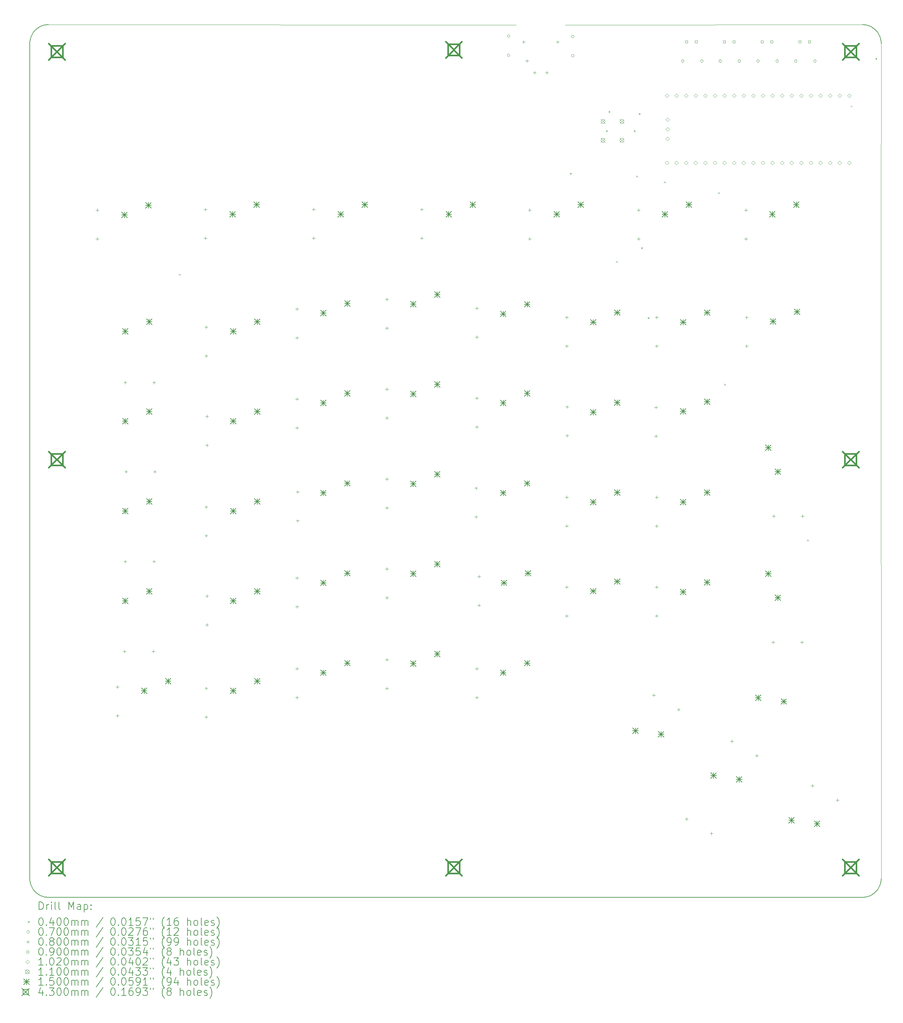
<source format=gbr>
%TF.GenerationSoftware,KiCad,Pcbnew,6.0.9-8da3e8f707~116~ubuntu20.04.1*%
%TF.CreationDate,2022-11-05T13:47:42+01:00*%
%TF.ProjectId,98keys-left,39386b65-7973-42d6-9c65-66742e6b6963,rev?*%
%TF.SameCoordinates,Original*%
%TF.FileFunction,Drillmap*%
%TF.FilePolarity,Positive*%
%FSLAX45Y45*%
G04 Gerber Fmt 4.5, Leading zero omitted, Abs format (unit mm)*
G04 Created by KiCad (PCBNEW 6.0.9-8da3e8f707~116~ubuntu20.04.1) date 2022-11-05 13:47:42*
%MOMM*%
%LPD*%
G01*
G04 APERTURE LIST*
%ADD10C,0.050000*%
%ADD11C,0.200000*%
%ADD12C,0.040000*%
%ADD13C,0.070000*%
%ADD14C,0.080000*%
%ADD15C,0.090000*%
%ADD16C,0.102000*%
%ADD17C,0.110000*%
%ADD18C,0.150000*%
%ADD19C,0.430000*%
G04 APERTURE END LIST*
D10*
X14900000Y-4344900D02*
X2533598Y-4334000D01*
X24059800Y-4334000D02*
X16200000Y-4344900D01*
X24555100Y-10200000D02*
X24559900Y-26942493D01*
X24559900Y-4834100D02*
X24555100Y-10200000D01*
D11*
X24559900Y-26942493D02*
X24558400Y-26981768D01*
X2087941Y-4607000D02*
X2107096Y-4572700D01*
X2306498Y-27388014D02*
X2272185Y-27368859D01*
X2208795Y-27322695D02*
X2179994Y-27296099D01*
X2129006Y-27236430D02*
X2107096Y-27203770D01*
X24464400Y-4540100D02*
X24486200Y-4572700D01*
X24384600Y-27322695D02*
X24353700Y-27347086D01*
X24321100Y-27368859D02*
X24286900Y-27388014D01*
X2057900Y-27096971D02*
X2047289Y-27059213D01*
X2071542Y-27133904D02*
X2057900Y-27096971D01*
X2208795Y-4453700D02*
X2239663Y-4429500D01*
X2129006Y-4540100D02*
X2153260Y-4509300D01*
X24521700Y-4642700D02*
X24535300Y-4679400D01*
X24099100Y-27441068D02*
X24059800Y-27442584D01*
X2378983Y-27418055D02*
X2342189Y-27404550D01*
X2035024Y-26981768D02*
X2033508Y-26942493D01*
X24138100Y-4340200D02*
X24176500Y-4347800D01*
X24176500Y-27428666D02*
X24138100Y-27436383D01*
X24286900Y-27388014D02*
X24251200Y-27404550D01*
X24321100Y-4407600D02*
X24353700Y-4429500D01*
X24251200Y-4372000D02*
X24286900Y-4388400D01*
X2039710Y-27020768D02*
X2035024Y-26981768D01*
X2239663Y-27347086D02*
X2208795Y-27322695D01*
X2153260Y-4509300D02*
X2179994Y-4480500D01*
X24440000Y-27267160D02*
X24413400Y-27296099D01*
X24521700Y-27133904D02*
X24505300Y-27169595D01*
X24440000Y-4509300D02*
X24464400Y-4540100D01*
X2455190Y-4340200D02*
X2494186Y-4335500D01*
X24138100Y-27436383D02*
X24099100Y-27441068D01*
X2153260Y-27267160D02*
X2129006Y-27236430D01*
X24486200Y-27203770D02*
X24464400Y-27236430D01*
X2107096Y-4572700D02*
X2129006Y-4540100D01*
X24353700Y-27347086D02*
X24321100Y-27368859D01*
X24558400Y-4794700D02*
X24559900Y-4834100D01*
X2378983Y-4358400D02*
X2416740Y-4347800D01*
X2035024Y-4794700D02*
X2039710Y-4755700D01*
X2057900Y-4679400D02*
X2071542Y-4642700D01*
X2087941Y-27169595D02*
X2071542Y-27133904D01*
X2033508Y-4834100D02*
X2035024Y-4794700D01*
X2179994Y-27296099D02*
X2153260Y-27267160D01*
X24099100Y-4335500D02*
X24138100Y-4340200D01*
X24251200Y-27404550D02*
X24214400Y-27418055D01*
X2416740Y-4347800D02*
X2455190Y-4340200D01*
X24413400Y-27296099D02*
X24384600Y-27322695D01*
X24546100Y-4717200D02*
X24553700Y-4755700D01*
X2494186Y-27441068D02*
X2455190Y-27436383D01*
X2179994Y-4480500D02*
X2208795Y-4453700D01*
X24353700Y-4429500D02*
X24384600Y-4453700D01*
X24505300Y-27169595D02*
X24486200Y-27203770D01*
X2039710Y-4755700D02*
X2047289Y-4717200D01*
X2033508Y-26942493D02*
X2033508Y-4834100D01*
X2071542Y-4642700D02*
X2087941Y-4607000D01*
X2494186Y-4335500D02*
X2533598Y-4334000D01*
X2047289Y-4717200D02*
X2057900Y-4679400D01*
X24286900Y-4388400D02*
X24321100Y-4407600D01*
X2047289Y-27059213D02*
X2039710Y-27020768D01*
X2107096Y-27203770D02*
X2087941Y-27169595D01*
X24535300Y-4679400D02*
X24546100Y-4717200D01*
X2306498Y-4388400D02*
X2342189Y-4372000D01*
X2239663Y-4429500D02*
X2272185Y-4407600D01*
X24553700Y-4755700D02*
X24558400Y-4794700D01*
X24214400Y-27418055D02*
X24176500Y-27428666D01*
X24214400Y-4358400D02*
X24251200Y-4372000D01*
X2455190Y-27436383D02*
X2416740Y-27428666D01*
X2272185Y-4407600D02*
X2306498Y-4388400D01*
X24535300Y-27096971D02*
X24521700Y-27133904D01*
X2272185Y-27368859D02*
X2239663Y-27347086D01*
X24413400Y-4480500D02*
X24440000Y-4509300D01*
X24464400Y-27236430D02*
X24440000Y-27267160D01*
X24176500Y-4347800D02*
X24214400Y-4358400D01*
X24486200Y-4572700D02*
X24505300Y-4607000D01*
X24059800Y-4334000D02*
X24099100Y-4335500D01*
X2533598Y-27442584D02*
X2494186Y-27441068D01*
X2416740Y-27428666D02*
X2378983Y-27418055D01*
X24558400Y-26981768D02*
X24553700Y-27020768D01*
X24546100Y-27059213D02*
X24535300Y-27096971D01*
X24059800Y-27442584D02*
X2533598Y-27442584D01*
X24505300Y-4607000D02*
X24521700Y-4642700D01*
X2342189Y-4372000D02*
X2378983Y-4358400D01*
X2342189Y-27404550D02*
X2306498Y-27388014D01*
X24553700Y-27020768D02*
X24546100Y-27059213D01*
X24384600Y-4453700D02*
X24413400Y-4480500D01*
D12*
X5980000Y-10930000D02*
X6020000Y-10970000D01*
X6020000Y-10930000D02*
X5980000Y-10970000D01*
X16323710Y-8260120D02*
X16363710Y-8300120D01*
X16363710Y-8260120D02*
X16323710Y-8300120D01*
X17276740Y-7130000D02*
X17316740Y-7170000D01*
X17316740Y-7130000D02*
X17276740Y-7170000D01*
X17345690Y-6620320D02*
X17385690Y-6660320D01*
X17385690Y-6620320D02*
X17345690Y-6660320D01*
X17542450Y-10593990D02*
X17582450Y-10633990D01*
X17582450Y-10593990D02*
X17542450Y-10633990D01*
X18014950Y-7127570D02*
X18054950Y-7167570D01*
X18054950Y-7127570D02*
X18014950Y-7167570D01*
X18080000Y-8330000D02*
X18120000Y-8370000D01*
X18120000Y-8330000D02*
X18080000Y-8370000D01*
X18145170Y-6678080D02*
X18185170Y-6718080D01*
X18185170Y-6678080D02*
X18145170Y-6718080D01*
X18208300Y-10229200D02*
X18248300Y-10269200D01*
X18248300Y-10229200D02*
X18208300Y-10269200D01*
X18380000Y-12080000D02*
X18420000Y-12120000D01*
X18420000Y-12080000D02*
X18380000Y-12120000D01*
X18815140Y-8487720D02*
X18855140Y-8527720D01*
X18855140Y-8487720D02*
X18815140Y-8527720D01*
X20242060Y-8771450D02*
X20282060Y-8811450D01*
X20282060Y-8771450D02*
X20242060Y-8811450D01*
X20406060Y-13843900D02*
X20446060Y-13883900D01*
X20446060Y-13843900D02*
X20406060Y-13883900D01*
X22599570Y-17967080D02*
X22639570Y-18007080D01*
X22639570Y-17967080D02*
X22599570Y-18007080D01*
X23753300Y-6475120D02*
X23793300Y-6515120D01*
X23793300Y-6475120D02*
X23753300Y-6515120D01*
X24405920Y-5216870D02*
X24445920Y-5256870D01*
X24445920Y-5216870D02*
X24405920Y-5256870D01*
D13*
X14735000Y-4638000D02*
G75*
G03*
X14735000Y-4638000I-35000J0D01*
G01*
X14735000Y-5146000D02*
G75*
G03*
X14735000Y-5146000I-35000J0D01*
G01*
X16435000Y-4650000D02*
G75*
G03*
X16435000Y-4650000I-35000J0D01*
G01*
X16435000Y-5158000D02*
G75*
G03*
X16435000Y-5158000I-35000J0D01*
G01*
X19343000Y-5300000D02*
G75*
G03*
X19343000Y-5300000I-35000J0D01*
G01*
X19851000Y-5300000D02*
G75*
G03*
X19851000Y-5300000I-35000J0D01*
G01*
X20335000Y-5300000D02*
G75*
G03*
X20335000Y-5300000I-35000J0D01*
G01*
X20843000Y-5300000D02*
G75*
G03*
X20843000Y-5300000I-35000J0D01*
G01*
X21335000Y-5300000D02*
G75*
G03*
X21335000Y-5300000I-35000J0D01*
G01*
X21843000Y-5300000D02*
G75*
G03*
X21843000Y-5300000I-35000J0D01*
G01*
X22335000Y-5300000D02*
G75*
G03*
X22335000Y-5300000I-35000J0D01*
G01*
X22843000Y-5300000D02*
G75*
G03*
X22843000Y-5300000I-35000J0D01*
G01*
D14*
X3820000Y-9206000D02*
X3820000Y-9286000D01*
X3780000Y-9246000D02*
X3860000Y-9246000D01*
X3820000Y-9968000D02*
X3820000Y-10048000D01*
X3780000Y-10008000D02*
X3860000Y-10008000D01*
X4350000Y-21828000D02*
X4350000Y-21908000D01*
X4310000Y-21868000D02*
X4390000Y-21868000D01*
X4350000Y-22590000D02*
X4350000Y-22670000D01*
X4310000Y-22630000D02*
X4390000Y-22630000D01*
X4538000Y-20888000D02*
X4538000Y-20968000D01*
X4498000Y-20928000D02*
X4578000Y-20928000D01*
X4558000Y-13768000D02*
X4558000Y-13848000D01*
X4518000Y-13808000D02*
X4598000Y-13808000D01*
X4558000Y-18508000D02*
X4558000Y-18588000D01*
X4518000Y-18548000D02*
X4598000Y-18548000D01*
X4578000Y-16128000D02*
X4578000Y-16208000D01*
X4538000Y-16168000D02*
X4618000Y-16168000D01*
X5300000Y-20888000D02*
X5300000Y-20968000D01*
X5260000Y-20928000D02*
X5340000Y-20928000D01*
X5320000Y-13768000D02*
X5320000Y-13848000D01*
X5280000Y-13808000D02*
X5360000Y-13808000D01*
X5320000Y-18508000D02*
X5320000Y-18588000D01*
X5280000Y-18548000D02*
X5360000Y-18548000D01*
X5340000Y-16128000D02*
X5340000Y-16208000D01*
X5300000Y-16168000D02*
X5380000Y-16168000D01*
X6680000Y-9186000D02*
X6680000Y-9266000D01*
X6640000Y-9226000D02*
X6720000Y-9226000D01*
X6680000Y-9948000D02*
X6680000Y-10028000D01*
X6640000Y-9988000D02*
X6720000Y-9988000D01*
X6700000Y-12306000D02*
X6700000Y-12386000D01*
X6660000Y-12346000D02*
X6740000Y-12346000D01*
X6700000Y-13068000D02*
X6700000Y-13148000D01*
X6660000Y-13108000D02*
X6740000Y-13108000D01*
X6700000Y-17066000D02*
X6700000Y-17146000D01*
X6660000Y-17106000D02*
X6740000Y-17106000D01*
X6700000Y-17828000D02*
X6700000Y-17908000D01*
X6660000Y-17868000D02*
X6740000Y-17868000D01*
X6700000Y-21866000D02*
X6700000Y-21946000D01*
X6660000Y-21906000D02*
X6740000Y-21906000D01*
X6700000Y-22628000D02*
X6700000Y-22708000D01*
X6660000Y-22668000D02*
X6740000Y-22668000D01*
X6720000Y-14668000D02*
X6720000Y-14748000D01*
X6680000Y-14708000D02*
X6760000Y-14708000D01*
X6720000Y-15430000D02*
X6720000Y-15510000D01*
X6680000Y-15470000D02*
X6760000Y-15470000D01*
X6720000Y-19426000D02*
X6720000Y-19506000D01*
X6680000Y-19466000D02*
X6760000Y-19466000D01*
X6720000Y-20188000D02*
X6720000Y-20268000D01*
X6680000Y-20228000D02*
X6760000Y-20228000D01*
X9100000Y-11826000D02*
X9100000Y-11906000D01*
X9060000Y-11866000D02*
X9140000Y-11866000D01*
X9100000Y-12588000D02*
X9100000Y-12668000D01*
X9060000Y-12628000D02*
X9140000Y-12628000D01*
X9100000Y-14206000D02*
X9100000Y-14286000D01*
X9060000Y-14246000D02*
X9140000Y-14246000D01*
X9100000Y-14968000D02*
X9100000Y-15048000D01*
X9060000Y-15008000D02*
X9140000Y-15008000D01*
X9100000Y-18946000D02*
X9100000Y-19026000D01*
X9060000Y-18986000D02*
X9140000Y-18986000D01*
X9100000Y-19708000D02*
X9100000Y-19788000D01*
X9060000Y-19748000D02*
X9140000Y-19748000D01*
X9100000Y-21346000D02*
X9100000Y-21426000D01*
X9060000Y-21386000D02*
X9140000Y-21386000D01*
X9100000Y-22108000D02*
X9100000Y-22188000D01*
X9060000Y-22148000D02*
X9140000Y-22148000D01*
X9120000Y-16668000D02*
X9120000Y-16748000D01*
X9080000Y-16708000D02*
X9160000Y-16708000D01*
X9120000Y-17430000D02*
X9120000Y-17510000D01*
X9080000Y-17470000D02*
X9160000Y-17470000D01*
X9540000Y-9186000D02*
X9540000Y-9266000D01*
X9500000Y-9226000D02*
X9580000Y-9226000D01*
X9540000Y-9948000D02*
X9540000Y-10028000D01*
X9500000Y-9988000D02*
X9580000Y-9988000D01*
X11480000Y-11568000D02*
X11480000Y-11648000D01*
X11440000Y-11608000D02*
X11520000Y-11608000D01*
X11480000Y-12330000D02*
X11480000Y-12410000D01*
X11440000Y-12370000D02*
X11520000Y-12370000D01*
X11480000Y-13946000D02*
X11480000Y-14026000D01*
X11440000Y-13986000D02*
X11520000Y-13986000D01*
X11480000Y-14708000D02*
X11480000Y-14788000D01*
X11440000Y-14748000D02*
X11520000Y-14748000D01*
X11480000Y-16326000D02*
X11480000Y-16406000D01*
X11440000Y-16366000D02*
X11520000Y-16366000D01*
X11480000Y-17088000D02*
X11480000Y-17168000D01*
X11440000Y-17128000D02*
X11520000Y-17128000D01*
X11480000Y-18706000D02*
X11480000Y-18786000D01*
X11440000Y-18746000D02*
X11520000Y-18746000D01*
X11480000Y-19468000D02*
X11480000Y-19548000D01*
X11440000Y-19508000D02*
X11520000Y-19508000D01*
X11480000Y-21106000D02*
X11480000Y-21186000D01*
X11440000Y-21146000D02*
X11520000Y-21146000D01*
X11480000Y-21868000D02*
X11480000Y-21948000D01*
X11440000Y-21908000D02*
X11520000Y-21908000D01*
X12400000Y-9186000D02*
X12400000Y-9266000D01*
X12360000Y-9226000D02*
X12440000Y-9226000D01*
X12400000Y-9948000D02*
X12400000Y-10028000D01*
X12360000Y-9988000D02*
X12440000Y-9988000D01*
X13840000Y-16566000D02*
X13840000Y-16646000D01*
X13800000Y-16606000D02*
X13880000Y-16606000D01*
X13840000Y-17328000D02*
X13840000Y-17408000D01*
X13800000Y-17368000D02*
X13880000Y-17368000D01*
X13860000Y-11806000D02*
X13860000Y-11886000D01*
X13820000Y-11846000D02*
X13900000Y-11846000D01*
X13860000Y-12568000D02*
X13860000Y-12648000D01*
X13820000Y-12608000D02*
X13900000Y-12608000D01*
X13860000Y-14186000D02*
X13860000Y-14266000D01*
X13820000Y-14226000D02*
X13900000Y-14226000D01*
X13860000Y-14948000D02*
X13860000Y-15028000D01*
X13820000Y-14988000D02*
X13900000Y-14988000D01*
X13860000Y-21348000D02*
X13860000Y-21428000D01*
X13820000Y-21388000D02*
X13900000Y-21388000D01*
X13860000Y-22110000D02*
X13860000Y-22190000D01*
X13820000Y-22150000D02*
X13900000Y-22150000D01*
X13920000Y-18906000D02*
X13920000Y-18986000D01*
X13880000Y-18946000D02*
X13960000Y-18946000D01*
X13920000Y-19668000D02*
X13920000Y-19748000D01*
X13880000Y-19708000D02*
X13960000Y-19708000D01*
X15100000Y-4754900D02*
X15100000Y-4834900D01*
X15060000Y-4794900D02*
X15140000Y-4794900D01*
X15190000Y-5254900D02*
X15190000Y-5334900D01*
X15150000Y-5294900D02*
X15230000Y-5294900D01*
X15260000Y-9206000D02*
X15260000Y-9286000D01*
X15220000Y-9246000D02*
X15300000Y-9246000D01*
X15260000Y-9968000D02*
X15260000Y-10048000D01*
X15220000Y-10008000D02*
X15300000Y-10008000D01*
X15390000Y-5564900D02*
X15390000Y-5644900D01*
X15350000Y-5604900D02*
X15430000Y-5604900D01*
X15710000Y-5564900D02*
X15710000Y-5644900D01*
X15670000Y-5604900D02*
X15750000Y-5604900D01*
X16000000Y-4754900D02*
X16000000Y-4834900D01*
X15960000Y-4794900D02*
X16040000Y-4794900D01*
X16240000Y-12046000D02*
X16240000Y-12126000D01*
X16200000Y-12086000D02*
X16280000Y-12086000D01*
X16240000Y-12808000D02*
X16240000Y-12888000D01*
X16200000Y-12848000D02*
X16280000Y-12848000D01*
X16240000Y-16806000D02*
X16240000Y-16886000D01*
X16200000Y-16846000D02*
X16280000Y-16846000D01*
X16240000Y-17568000D02*
X16240000Y-17648000D01*
X16200000Y-17608000D02*
X16280000Y-17608000D01*
X16240000Y-19186000D02*
X16240000Y-19266000D01*
X16200000Y-19226000D02*
X16280000Y-19226000D01*
X16240000Y-19948000D02*
X16240000Y-20028000D01*
X16200000Y-19988000D02*
X16280000Y-19988000D01*
X16250000Y-14416000D02*
X16250000Y-14496000D01*
X16210000Y-14456000D02*
X16290000Y-14456000D01*
X16250000Y-15178000D02*
X16250000Y-15258000D01*
X16210000Y-15218000D02*
X16290000Y-15218000D01*
X18140000Y-9206000D02*
X18140000Y-9286000D01*
X18100000Y-9246000D02*
X18180000Y-9246000D01*
X18140000Y-9968000D02*
X18140000Y-10048000D01*
X18100000Y-10008000D02*
X18180000Y-10008000D01*
X18540089Y-22047000D02*
X18540089Y-22127000D01*
X18500089Y-22087000D02*
X18580089Y-22087000D01*
X18600000Y-14426000D02*
X18600000Y-14506000D01*
X18560000Y-14466000D02*
X18640000Y-14466000D01*
X18600000Y-15188000D02*
X18600000Y-15268000D01*
X18560000Y-15228000D02*
X18640000Y-15228000D01*
X18620000Y-12046000D02*
X18620000Y-12126000D01*
X18580000Y-12086000D02*
X18660000Y-12086000D01*
X18620000Y-12808000D02*
X18620000Y-12888000D01*
X18580000Y-12848000D02*
X18660000Y-12848000D01*
X18620000Y-16808000D02*
X18620000Y-16888000D01*
X18580000Y-16848000D02*
X18660000Y-16848000D01*
X18620000Y-17570000D02*
X18620000Y-17650000D01*
X18580000Y-17610000D02*
X18660000Y-17610000D01*
X18620000Y-19186000D02*
X18620000Y-19266000D01*
X18580000Y-19226000D02*
X18660000Y-19226000D01*
X18620000Y-19948000D02*
X18620000Y-20028000D01*
X18580000Y-19988000D02*
X18660000Y-19988000D01*
X19200000Y-22428000D02*
X19200000Y-22508000D01*
X19160000Y-22468000D02*
X19240000Y-22468000D01*
X19409989Y-25328000D02*
X19409989Y-25408000D01*
X19369989Y-25368000D02*
X19449989Y-25368000D01*
X20069900Y-25709000D02*
X20069900Y-25789000D01*
X20029900Y-25749000D02*
X20109900Y-25749000D01*
X20610000Y-23268000D02*
X20610000Y-23348000D01*
X20570000Y-23308000D02*
X20650000Y-23308000D01*
X20980000Y-9206000D02*
X20980000Y-9286000D01*
X20940000Y-9246000D02*
X21020000Y-9246000D01*
X20980000Y-9968000D02*
X20980000Y-10048000D01*
X20940000Y-10008000D02*
X21020000Y-10008000D01*
X21000000Y-12046000D02*
X21000000Y-12126000D01*
X20960000Y-12086000D02*
X21040000Y-12086000D01*
X21000000Y-12808000D02*
X21000000Y-12888000D01*
X20960000Y-12848000D02*
X21040000Y-12848000D01*
X21269911Y-23649000D02*
X21269911Y-23729000D01*
X21229911Y-23689000D02*
X21309911Y-23689000D01*
X21700000Y-20648000D02*
X21700000Y-20728000D01*
X21660000Y-20688000D02*
X21740000Y-20688000D01*
X21720000Y-17308000D02*
X21720000Y-17388000D01*
X21680000Y-17348000D02*
X21760000Y-17348000D01*
X22462000Y-20648000D02*
X22462000Y-20728000D01*
X22422000Y-20688000D02*
X22502000Y-20688000D01*
X22482000Y-17308000D02*
X22482000Y-17388000D01*
X22442000Y-17348000D02*
X22522000Y-17348000D01*
X22740089Y-24447000D02*
X22740089Y-24527000D01*
X22700089Y-24487000D02*
X22780089Y-24487000D01*
X23400000Y-24828000D02*
X23400000Y-24908000D01*
X23360000Y-24868000D02*
X23440000Y-24868000D01*
D15*
X19439820Y-4821820D02*
X19439820Y-4758180D01*
X19376180Y-4758180D01*
X19376180Y-4821820D01*
X19439820Y-4821820D01*
X19693820Y-4821820D02*
X19693820Y-4758180D01*
X19630180Y-4758180D01*
X19630180Y-4821820D01*
X19693820Y-4821820D01*
X20439820Y-4821820D02*
X20439820Y-4758180D01*
X20376180Y-4758180D01*
X20376180Y-4821820D01*
X20439820Y-4821820D01*
X20693820Y-4821820D02*
X20693820Y-4758180D01*
X20630180Y-4758180D01*
X20630180Y-4821820D01*
X20693820Y-4821820D01*
X21439820Y-4821820D02*
X21439820Y-4758180D01*
X21376180Y-4758180D01*
X21376180Y-4821820D01*
X21439820Y-4821820D01*
X21693820Y-4821820D02*
X21693820Y-4758180D01*
X21630180Y-4758180D01*
X21630180Y-4821820D01*
X21693820Y-4821820D01*
X22439820Y-4821820D02*
X22439820Y-4758180D01*
X22376180Y-4758180D01*
X22376180Y-4821820D01*
X22439820Y-4821820D01*
X22693820Y-4821820D02*
X22693820Y-4758180D01*
X22630180Y-4758180D01*
X22630180Y-4821820D01*
X22693820Y-4821820D01*
D16*
X18887000Y-6262000D02*
X18938000Y-6211000D01*
X18887000Y-6160000D01*
X18836000Y-6211000D01*
X18887000Y-6262000D01*
X18887000Y-8040000D02*
X18938000Y-7989000D01*
X18887000Y-7938000D01*
X18836000Y-7989000D01*
X18887000Y-8040000D01*
X18910000Y-6897000D02*
X18961000Y-6846000D01*
X18910000Y-6795000D01*
X18859000Y-6846000D01*
X18910000Y-6897000D01*
X18910000Y-7151000D02*
X18961000Y-7100000D01*
X18910000Y-7049000D01*
X18859000Y-7100000D01*
X18910000Y-7151000D01*
X18910000Y-7405000D02*
X18961000Y-7354000D01*
X18910000Y-7303000D01*
X18859000Y-7354000D01*
X18910000Y-7405000D01*
X19141000Y-6262000D02*
X19192000Y-6211000D01*
X19141000Y-6160000D01*
X19090000Y-6211000D01*
X19141000Y-6262000D01*
X19141000Y-8040000D02*
X19192000Y-7989000D01*
X19141000Y-7938000D01*
X19090000Y-7989000D01*
X19141000Y-8040000D01*
X19395000Y-6262000D02*
X19446000Y-6211000D01*
X19395000Y-6160000D01*
X19344000Y-6211000D01*
X19395000Y-6262000D01*
X19395000Y-8040000D02*
X19446000Y-7989000D01*
X19395000Y-7938000D01*
X19344000Y-7989000D01*
X19395000Y-8040000D01*
X19649000Y-6262000D02*
X19700000Y-6211000D01*
X19649000Y-6160000D01*
X19598000Y-6211000D01*
X19649000Y-6262000D01*
X19649000Y-8040000D02*
X19700000Y-7989000D01*
X19649000Y-7938000D01*
X19598000Y-7989000D01*
X19649000Y-8040000D01*
X19903000Y-6262000D02*
X19954000Y-6211000D01*
X19903000Y-6160000D01*
X19852000Y-6211000D01*
X19903000Y-6262000D01*
X19903000Y-8040000D02*
X19954000Y-7989000D01*
X19903000Y-7938000D01*
X19852000Y-7989000D01*
X19903000Y-8040000D01*
X20157000Y-6262000D02*
X20208000Y-6211000D01*
X20157000Y-6160000D01*
X20106000Y-6211000D01*
X20157000Y-6262000D01*
X20157000Y-8040000D02*
X20208000Y-7989000D01*
X20157000Y-7938000D01*
X20106000Y-7989000D01*
X20157000Y-8040000D01*
X20411000Y-6262000D02*
X20462000Y-6211000D01*
X20411000Y-6160000D01*
X20360000Y-6211000D01*
X20411000Y-6262000D01*
X20411000Y-8040000D02*
X20462000Y-7989000D01*
X20411000Y-7938000D01*
X20360000Y-7989000D01*
X20411000Y-8040000D01*
X20665000Y-6262000D02*
X20716000Y-6211000D01*
X20665000Y-6160000D01*
X20614000Y-6211000D01*
X20665000Y-6262000D01*
X20665000Y-8040000D02*
X20716000Y-7989000D01*
X20665000Y-7938000D01*
X20614000Y-7989000D01*
X20665000Y-8040000D01*
X20919000Y-6262000D02*
X20970000Y-6211000D01*
X20919000Y-6160000D01*
X20868000Y-6211000D01*
X20919000Y-6262000D01*
X20919000Y-8040000D02*
X20970000Y-7989000D01*
X20919000Y-7938000D01*
X20868000Y-7989000D01*
X20919000Y-8040000D01*
X21173000Y-6262000D02*
X21224000Y-6211000D01*
X21173000Y-6160000D01*
X21122000Y-6211000D01*
X21173000Y-6262000D01*
X21173000Y-8040000D02*
X21224000Y-7989000D01*
X21173000Y-7938000D01*
X21122000Y-7989000D01*
X21173000Y-8040000D01*
X21427000Y-6262000D02*
X21478000Y-6211000D01*
X21427000Y-6160000D01*
X21376000Y-6211000D01*
X21427000Y-6262000D01*
X21427000Y-8040000D02*
X21478000Y-7989000D01*
X21427000Y-7938000D01*
X21376000Y-7989000D01*
X21427000Y-8040000D01*
X21681000Y-6262000D02*
X21732000Y-6211000D01*
X21681000Y-6160000D01*
X21630000Y-6211000D01*
X21681000Y-6262000D01*
X21681000Y-8040000D02*
X21732000Y-7989000D01*
X21681000Y-7938000D01*
X21630000Y-7989000D01*
X21681000Y-8040000D01*
X21935000Y-6262000D02*
X21986000Y-6211000D01*
X21935000Y-6160000D01*
X21884000Y-6211000D01*
X21935000Y-6262000D01*
X21935000Y-8040000D02*
X21986000Y-7989000D01*
X21935000Y-7938000D01*
X21884000Y-7989000D01*
X21935000Y-8040000D01*
X22189000Y-6262000D02*
X22240000Y-6211000D01*
X22189000Y-6160000D01*
X22138000Y-6211000D01*
X22189000Y-6262000D01*
X22189000Y-8040000D02*
X22240000Y-7989000D01*
X22189000Y-7938000D01*
X22138000Y-7989000D01*
X22189000Y-8040000D01*
X22443000Y-6262000D02*
X22494000Y-6211000D01*
X22443000Y-6160000D01*
X22392000Y-6211000D01*
X22443000Y-6262000D01*
X22443000Y-8040000D02*
X22494000Y-7989000D01*
X22443000Y-7938000D01*
X22392000Y-7989000D01*
X22443000Y-8040000D01*
X22697000Y-6262000D02*
X22748000Y-6211000D01*
X22697000Y-6160000D01*
X22646000Y-6211000D01*
X22697000Y-6262000D01*
X22697000Y-8040000D02*
X22748000Y-7989000D01*
X22697000Y-7938000D01*
X22646000Y-7989000D01*
X22697000Y-8040000D01*
X22951000Y-6262000D02*
X23002000Y-6211000D01*
X22951000Y-6160000D01*
X22900000Y-6211000D01*
X22951000Y-6262000D01*
X22951000Y-8040000D02*
X23002000Y-7989000D01*
X22951000Y-7938000D01*
X22900000Y-7989000D01*
X22951000Y-8040000D01*
X23205000Y-6262000D02*
X23256000Y-6211000D01*
X23205000Y-6160000D01*
X23154000Y-6211000D01*
X23205000Y-6262000D01*
X23205000Y-8040000D02*
X23256000Y-7989000D01*
X23205000Y-7938000D01*
X23154000Y-7989000D01*
X23205000Y-8040000D01*
X23459000Y-6262000D02*
X23510000Y-6211000D01*
X23459000Y-6160000D01*
X23408000Y-6211000D01*
X23459000Y-6262000D01*
X23459000Y-8040000D02*
X23510000Y-7989000D01*
X23459000Y-7938000D01*
X23408000Y-7989000D01*
X23459000Y-8040000D01*
X23713000Y-6262000D02*
X23764000Y-6211000D01*
X23713000Y-6160000D01*
X23662000Y-6211000D01*
X23713000Y-6262000D01*
X23713000Y-8040000D02*
X23764000Y-7989000D01*
X23713000Y-7938000D01*
X23662000Y-7989000D01*
X23713000Y-8040000D01*
D17*
X17145000Y-6845000D02*
X17255000Y-6955000D01*
X17255000Y-6845000D02*
X17145000Y-6955000D01*
X17255000Y-6900000D02*
G75*
G03*
X17255000Y-6900000I-55000J0D01*
G01*
X17145000Y-7345000D02*
X17255000Y-7455000D01*
X17255000Y-7345000D02*
X17145000Y-7455000D01*
X17255000Y-7400000D02*
G75*
G03*
X17255000Y-7400000I-55000J0D01*
G01*
X17645000Y-6845000D02*
X17755000Y-6955000D01*
X17755000Y-6845000D02*
X17645000Y-6955000D01*
X17755000Y-6900000D02*
G75*
G03*
X17755000Y-6900000I-55000J0D01*
G01*
X17645000Y-7345000D02*
X17755000Y-7455000D01*
X17755000Y-7345000D02*
X17645000Y-7455000D01*
X17755000Y-7400000D02*
G75*
G03*
X17755000Y-7400000I-55000J0D01*
G01*
D18*
X4464000Y-9299000D02*
X4614000Y-9449000D01*
X4614000Y-9299000D02*
X4464000Y-9449000D01*
X4539000Y-9299000D02*
X4539000Y-9449000D01*
X4464000Y-9374000D02*
X4614000Y-9374000D01*
X4484000Y-12379000D02*
X4634000Y-12529000D01*
X4634000Y-12379000D02*
X4484000Y-12529000D01*
X4559000Y-12379000D02*
X4559000Y-12529000D01*
X4484000Y-12454000D02*
X4634000Y-12454000D01*
X4484000Y-14759000D02*
X4634000Y-14909000D01*
X4634000Y-14759000D02*
X4484000Y-14909000D01*
X4559000Y-14759000D02*
X4559000Y-14909000D01*
X4484000Y-14834000D02*
X4634000Y-14834000D01*
X4484000Y-17139000D02*
X4634000Y-17289000D01*
X4634000Y-17139000D02*
X4484000Y-17289000D01*
X4559000Y-17139000D02*
X4559000Y-17289000D01*
X4484000Y-17214000D02*
X4634000Y-17214000D01*
X4484000Y-19519000D02*
X4634000Y-19669000D01*
X4634000Y-19519000D02*
X4484000Y-19669000D01*
X4559000Y-19519000D02*
X4559000Y-19669000D01*
X4484000Y-19594000D02*
X4634000Y-19594000D01*
X4984000Y-21899000D02*
X5134000Y-22049000D01*
X5134000Y-21899000D02*
X4984000Y-22049000D01*
X5059000Y-21899000D02*
X5059000Y-22049000D01*
X4984000Y-21974000D02*
X5134000Y-21974000D01*
X5099000Y-9045000D02*
X5249000Y-9195000D01*
X5249000Y-9045000D02*
X5099000Y-9195000D01*
X5174000Y-9045000D02*
X5174000Y-9195000D01*
X5099000Y-9120000D02*
X5249000Y-9120000D01*
X5119000Y-12125000D02*
X5269000Y-12275000D01*
X5269000Y-12125000D02*
X5119000Y-12275000D01*
X5194000Y-12125000D02*
X5194000Y-12275000D01*
X5119000Y-12200000D02*
X5269000Y-12200000D01*
X5119000Y-14505000D02*
X5269000Y-14655000D01*
X5269000Y-14505000D02*
X5119000Y-14655000D01*
X5194000Y-14505000D02*
X5194000Y-14655000D01*
X5119000Y-14580000D02*
X5269000Y-14580000D01*
X5119000Y-16885000D02*
X5269000Y-17035000D01*
X5269000Y-16885000D02*
X5119000Y-17035000D01*
X5194000Y-16885000D02*
X5194000Y-17035000D01*
X5119000Y-16960000D02*
X5269000Y-16960000D01*
X5119000Y-19265000D02*
X5269000Y-19415000D01*
X5269000Y-19265000D02*
X5119000Y-19415000D01*
X5194000Y-19265000D02*
X5194000Y-19415000D01*
X5119000Y-19340000D02*
X5269000Y-19340000D01*
X5619000Y-21645000D02*
X5769000Y-21795000D01*
X5769000Y-21645000D02*
X5619000Y-21795000D01*
X5694000Y-21645000D02*
X5694000Y-21795000D01*
X5619000Y-21720000D02*
X5769000Y-21720000D01*
X7324000Y-9279000D02*
X7474000Y-9429000D01*
X7474000Y-9279000D02*
X7324000Y-9429000D01*
X7399000Y-9279000D02*
X7399000Y-9429000D01*
X7324000Y-9354000D02*
X7474000Y-9354000D01*
X7344000Y-12379000D02*
X7494000Y-12529000D01*
X7494000Y-12379000D02*
X7344000Y-12529000D01*
X7419000Y-12379000D02*
X7419000Y-12529000D01*
X7344000Y-12454000D02*
X7494000Y-12454000D01*
X7344000Y-14759000D02*
X7494000Y-14909000D01*
X7494000Y-14759000D02*
X7344000Y-14909000D01*
X7419000Y-14759000D02*
X7419000Y-14909000D01*
X7344000Y-14834000D02*
X7494000Y-14834000D01*
X7344000Y-17139000D02*
X7494000Y-17289000D01*
X7494000Y-17139000D02*
X7344000Y-17289000D01*
X7419000Y-17139000D02*
X7419000Y-17289000D01*
X7344000Y-17214000D02*
X7494000Y-17214000D01*
X7344000Y-19519000D02*
X7494000Y-19669000D01*
X7494000Y-19519000D02*
X7344000Y-19669000D01*
X7419000Y-19519000D02*
X7419000Y-19669000D01*
X7344000Y-19594000D02*
X7494000Y-19594000D01*
X7344000Y-21899000D02*
X7494000Y-22049000D01*
X7494000Y-21899000D02*
X7344000Y-22049000D01*
X7419000Y-21899000D02*
X7419000Y-22049000D01*
X7344000Y-21974000D02*
X7494000Y-21974000D01*
X7959000Y-9025000D02*
X8109000Y-9175000D01*
X8109000Y-9025000D02*
X7959000Y-9175000D01*
X8034000Y-9025000D02*
X8034000Y-9175000D01*
X7959000Y-9100000D02*
X8109000Y-9100000D01*
X7979000Y-12125000D02*
X8129000Y-12275000D01*
X8129000Y-12125000D02*
X7979000Y-12275000D01*
X8054000Y-12125000D02*
X8054000Y-12275000D01*
X7979000Y-12200000D02*
X8129000Y-12200000D01*
X7979000Y-14505000D02*
X8129000Y-14655000D01*
X8129000Y-14505000D02*
X7979000Y-14655000D01*
X8054000Y-14505000D02*
X8054000Y-14655000D01*
X7979000Y-14580000D02*
X8129000Y-14580000D01*
X7979000Y-16885000D02*
X8129000Y-17035000D01*
X8129000Y-16885000D02*
X7979000Y-17035000D01*
X8054000Y-16885000D02*
X8054000Y-17035000D01*
X7979000Y-16960000D02*
X8129000Y-16960000D01*
X7979000Y-19265000D02*
X8129000Y-19415000D01*
X8129000Y-19265000D02*
X7979000Y-19415000D01*
X8054000Y-19265000D02*
X8054000Y-19415000D01*
X7979000Y-19340000D02*
X8129000Y-19340000D01*
X7979000Y-21645000D02*
X8129000Y-21795000D01*
X8129000Y-21645000D02*
X7979000Y-21795000D01*
X8054000Y-21645000D02*
X8054000Y-21795000D01*
X7979000Y-21720000D02*
X8129000Y-21720000D01*
X9724000Y-11899000D02*
X9874000Y-12049000D01*
X9874000Y-11899000D02*
X9724000Y-12049000D01*
X9799000Y-11899000D02*
X9799000Y-12049000D01*
X9724000Y-11974000D02*
X9874000Y-11974000D01*
X9724000Y-14279000D02*
X9874000Y-14429000D01*
X9874000Y-14279000D02*
X9724000Y-14429000D01*
X9799000Y-14279000D02*
X9799000Y-14429000D01*
X9724000Y-14354000D02*
X9874000Y-14354000D01*
X9724000Y-16659000D02*
X9874000Y-16809000D01*
X9874000Y-16659000D02*
X9724000Y-16809000D01*
X9799000Y-16659000D02*
X9799000Y-16809000D01*
X9724000Y-16734000D02*
X9874000Y-16734000D01*
X9724000Y-19039000D02*
X9874000Y-19189000D01*
X9874000Y-19039000D02*
X9724000Y-19189000D01*
X9799000Y-19039000D02*
X9799000Y-19189000D01*
X9724000Y-19114000D02*
X9874000Y-19114000D01*
X9724000Y-21419000D02*
X9874000Y-21569000D01*
X9874000Y-21419000D02*
X9724000Y-21569000D01*
X9799000Y-21419000D02*
X9799000Y-21569000D01*
X9724000Y-21494000D02*
X9874000Y-21494000D01*
X10184000Y-9279000D02*
X10334000Y-9429000D01*
X10334000Y-9279000D02*
X10184000Y-9429000D01*
X10259000Y-9279000D02*
X10259000Y-9429000D01*
X10184000Y-9354000D02*
X10334000Y-9354000D01*
X10359000Y-11645000D02*
X10509000Y-11795000D01*
X10509000Y-11645000D02*
X10359000Y-11795000D01*
X10434000Y-11645000D02*
X10434000Y-11795000D01*
X10359000Y-11720000D02*
X10509000Y-11720000D01*
X10359000Y-14025000D02*
X10509000Y-14175000D01*
X10509000Y-14025000D02*
X10359000Y-14175000D01*
X10434000Y-14025000D02*
X10434000Y-14175000D01*
X10359000Y-14100000D02*
X10509000Y-14100000D01*
X10359000Y-16405000D02*
X10509000Y-16555000D01*
X10509000Y-16405000D02*
X10359000Y-16555000D01*
X10434000Y-16405000D02*
X10434000Y-16555000D01*
X10359000Y-16480000D02*
X10509000Y-16480000D01*
X10359000Y-18785000D02*
X10509000Y-18935000D01*
X10509000Y-18785000D02*
X10359000Y-18935000D01*
X10434000Y-18785000D02*
X10434000Y-18935000D01*
X10359000Y-18860000D02*
X10509000Y-18860000D01*
X10359000Y-21165000D02*
X10509000Y-21315000D01*
X10509000Y-21165000D02*
X10359000Y-21315000D01*
X10434000Y-21165000D02*
X10434000Y-21315000D01*
X10359000Y-21240000D02*
X10509000Y-21240000D01*
X10819000Y-9025000D02*
X10969000Y-9175000D01*
X10969000Y-9025000D02*
X10819000Y-9175000D01*
X10894000Y-9025000D02*
X10894000Y-9175000D01*
X10819000Y-9100000D02*
X10969000Y-9100000D01*
X12104000Y-11659000D02*
X12254000Y-11809000D01*
X12254000Y-11659000D02*
X12104000Y-11809000D01*
X12179000Y-11659000D02*
X12179000Y-11809000D01*
X12104000Y-11734000D02*
X12254000Y-11734000D01*
X12104000Y-14039000D02*
X12254000Y-14189000D01*
X12254000Y-14039000D02*
X12104000Y-14189000D01*
X12179000Y-14039000D02*
X12179000Y-14189000D01*
X12104000Y-14114000D02*
X12254000Y-14114000D01*
X12104000Y-16419000D02*
X12254000Y-16569000D01*
X12254000Y-16419000D02*
X12104000Y-16569000D01*
X12179000Y-16419000D02*
X12179000Y-16569000D01*
X12104000Y-16494000D02*
X12254000Y-16494000D01*
X12104000Y-18799000D02*
X12254000Y-18949000D01*
X12254000Y-18799000D02*
X12104000Y-18949000D01*
X12179000Y-18799000D02*
X12179000Y-18949000D01*
X12104000Y-18874000D02*
X12254000Y-18874000D01*
X12104000Y-21179000D02*
X12254000Y-21329000D01*
X12254000Y-21179000D02*
X12104000Y-21329000D01*
X12179000Y-21179000D02*
X12179000Y-21329000D01*
X12104000Y-21254000D02*
X12254000Y-21254000D01*
X12739000Y-11405000D02*
X12889000Y-11555000D01*
X12889000Y-11405000D02*
X12739000Y-11555000D01*
X12814000Y-11405000D02*
X12814000Y-11555000D01*
X12739000Y-11480000D02*
X12889000Y-11480000D01*
X12739000Y-13785000D02*
X12889000Y-13935000D01*
X12889000Y-13785000D02*
X12739000Y-13935000D01*
X12814000Y-13785000D02*
X12814000Y-13935000D01*
X12739000Y-13860000D02*
X12889000Y-13860000D01*
X12739000Y-16165000D02*
X12889000Y-16315000D01*
X12889000Y-16165000D02*
X12739000Y-16315000D01*
X12814000Y-16165000D02*
X12814000Y-16315000D01*
X12739000Y-16240000D02*
X12889000Y-16240000D01*
X12739000Y-18545000D02*
X12889000Y-18695000D01*
X12889000Y-18545000D02*
X12739000Y-18695000D01*
X12814000Y-18545000D02*
X12814000Y-18695000D01*
X12739000Y-18620000D02*
X12889000Y-18620000D01*
X12739000Y-20925000D02*
X12889000Y-21075000D01*
X12889000Y-20925000D02*
X12739000Y-21075000D01*
X12814000Y-20925000D02*
X12814000Y-21075000D01*
X12739000Y-21000000D02*
X12889000Y-21000000D01*
X13044000Y-9279000D02*
X13194000Y-9429000D01*
X13194000Y-9279000D02*
X13044000Y-9429000D01*
X13119000Y-9279000D02*
X13119000Y-9429000D01*
X13044000Y-9354000D02*
X13194000Y-9354000D01*
X13679000Y-9025000D02*
X13829000Y-9175000D01*
X13829000Y-9025000D02*
X13679000Y-9175000D01*
X13754000Y-9025000D02*
X13754000Y-9175000D01*
X13679000Y-9100000D02*
X13829000Y-9100000D01*
X14484000Y-11919000D02*
X14634000Y-12069000D01*
X14634000Y-11919000D02*
X14484000Y-12069000D01*
X14559000Y-11919000D02*
X14559000Y-12069000D01*
X14484000Y-11994000D02*
X14634000Y-11994000D01*
X14484000Y-14279000D02*
X14634000Y-14429000D01*
X14634000Y-14279000D02*
X14484000Y-14429000D01*
X14559000Y-14279000D02*
X14559000Y-14429000D01*
X14484000Y-14354000D02*
X14634000Y-14354000D01*
X14484000Y-16659000D02*
X14634000Y-16809000D01*
X14634000Y-16659000D02*
X14484000Y-16809000D01*
X14559000Y-16659000D02*
X14559000Y-16809000D01*
X14484000Y-16734000D02*
X14634000Y-16734000D01*
X14484000Y-21419000D02*
X14634000Y-21569000D01*
X14634000Y-21419000D02*
X14484000Y-21569000D01*
X14559000Y-21419000D02*
X14559000Y-21569000D01*
X14484000Y-21494000D02*
X14634000Y-21494000D01*
X14504000Y-19039000D02*
X14654000Y-19189000D01*
X14654000Y-19039000D02*
X14504000Y-19189000D01*
X14579000Y-19039000D02*
X14579000Y-19189000D01*
X14504000Y-19114000D02*
X14654000Y-19114000D01*
X15119000Y-11665000D02*
X15269000Y-11815000D01*
X15269000Y-11665000D02*
X15119000Y-11815000D01*
X15194000Y-11665000D02*
X15194000Y-11815000D01*
X15119000Y-11740000D02*
X15269000Y-11740000D01*
X15119000Y-14025000D02*
X15269000Y-14175000D01*
X15269000Y-14025000D02*
X15119000Y-14175000D01*
X15194000Y-14025000D02*
X15194000Y-14175000D01*
X15119000Y-14100000D02*
X15269000Y-14100000D01*
X15119000Y-16405000D02*
X15269000Y-16555000D01*
X15269000Y-16405000D02*
X15119000Y-16555000D01*
X15194000Y-16405000D02*
X15194000Y-16555000D01*
X15119000Y-16480000D02*
X15269000Y-16480000D01*
X15119000Y-21165000D02*
X15269000Y-21315000D01*
X15269000Y-21165000D02*
X15119000Y-21315000D01*
X15194000Y-21165000D02*
X15194000Y-21315000D01*
X15119000Y-21240000D02*
X15269000Y-21240000D01*
X15139000Y-18785000D02*
X15289000Y-18935000D01*
X15289000Y-18785000D02*
X15139000Y-18935000D01*
X15214000Y-18785000D02*
X15214000Y-18935000D01*
X15139000Y-18860000D02*
X15289000Y-18860000D01*
X15904000Y-9279000D02*
X16054000Y-9429000D01*
X16054000Y-9279000D02*
X15904000Y-9429000D01*
X15979000Y-9279000D02*
X15979000Y-9429000D01*
X15904000Y-9354000D02*
X16054000Y-9354000D01*
X16539000Y-9025000D02*
X16689000Y-9175000D01*
X16689000Y-9025000D02*
X16539000Y-9175000D01*
X16614000Y-9025000D02*
X16614000Y-9175000D01*
X16539000Y-9100000D02*
X16689000Y-9100000D01*
X16864000Y-12139000D02*
X17014000Y-12289000D01*
X17014000Y-12139000D02*
X16864000Y-12289000D01*
X16939000Y-12139000D02*
X16939000Y-12289000D01*
X16864000Y-12214000D02*
X17014000Y-12214000D01*
X16864000Y-14519000D02*
X17014000Y-14669000D01*
X17014000Y-14519000D02*
X16864000Y-14669000D01*
X16939000Y-14519000D02*
X16939000Y-14669000D01*
X16864000Y-14594000D02*
X17014000Y-14594000D01*
X16864000Y-16899000D02*
X17014000Y-17049000D01*
X17014000Y-16899000D02*
X16864000Y-17049000D01*
X16939000Y-16899000D02*
X16939000Y-17049000D01*
X16864000Y-16974000D02*
X17014000Y-16974000D01*
X16864000Y-19259000D02*
X17014000Y-19409000D01*
X17014000Y-19259000D02*
X16864000Y-19409000D01*
X16939000Y-19259000D02*
X16939000Y-19409000D01*
X16864000Y-19334000D02*
X17014000Y-19334000D01*
X17499000Y-11885000D02*
X17649000Y-12035000D01*
X17649000Y-11885000D02*
X17499000Y-12035000D01*
X17574000Y-11885000D02*
X17574000Y-12035000D01*
X17499000Y-11960000D02*
X17649000Y-11960000D01*
X17499000Y-14265000D02*
X17649000Y-14415000D01*
X17649000Y-14265000D02*
X17499000Y-14415000D01*
X17574000Y-14265000D02*
X17574000Y-14415000D01*
X17499000Y-14340000D02*
X17649000Y-14340000D01*
X17499000Y-16645000D02*
X17649000Y-16795000D01*
X17649000Y-16645000D02*
X17499000Y-16795000D01*
X17574000Y-16645000D02*
X17574000Y-16795000D01*
X17499000Y-16720000D02*
X17649000Y-16720000D01*
X17499000Y-19005000D02*
X17649000Y-19155000D01*
X17649000Y-19005000D02*
X17499000Y-19155000D01*
X17574000Y-19005000D02*
X17574000Y-19155000D01*
X17499000Y-19080000D02*
X17649000Y-19080000D01*
X17982074Y-22952570D02*
X18132074Y-23102570D01*
X18132074Y-22952570D02*
X17982074Y-23102570D01*
X18057074Y-22952570D02*
X18057074Y-23102570D01*
X17982074Y-23027570D02*
X18132074Y-23027570D01*
X18659000Y-23050100D02*
X18809000Y-23200100D01*
X18809000Y-23050100D02*
X18659000Y-23200100D01*
X18734000Y-23050100D02*
X18734000Y-23200100D01*
X18659000Y-23125100D02*
X18809000Y-23125100D01*
X18764000Y-9279000D02*
X18914000Y-9429000D01*
X18914000Y-9279000D02*
X18764000Y-9429000D01*
X18839000Y-9279000D02*
X18839000Y-9429000D01*
X18764000Y-9354000D02*
X18914000Y-9354000D01*
X19244000Y-12139000D02*
X19394000Y-12289000D01*
X19394000Y-12139000D02*
X19244000Y-12289000D01*
X19319000Y-12139000D02*
X19319000Y-12289000D01*
X19244000Y-12214000D02*
X19394000Y-12214000D01*
X19244000Y-14499000D02*
X19394000Y-14649000D01*
X19394000Y-14499000D02*
X19244000Y-14649000D01*
X19319000Y-14499000D02*
X19319000Y-14649000D01*
X19244000Y-14574000D02*
X19394000Y-14574000D01*
X19244000Y-16899000D02*
X19394000Y-17049000D01*
X19394000Y-16899000D02*
X19244000Y-17049000D01*
X19319000Y-16899000D02*
X19319000Y-17049000D01*
X19244000Y-16974000D02*
X19394000Y-16974000D01*
X19244000Y-19279000D02*
X19394000Y-19429000D01*
X19394000Y-19279000D02*
X19244000Y-19429000D01*
X19319000Y-19279000D02*
X19319000Y-19429000D01*
X19244000Y-19354000D02*
X19394000Y-19354000D01*
X19399000Y-9025000D02*
X19549000Y-9175000D01*
X19549000Y-9025000D02*
X19399000Y-9175000D01*
X19474000Y-9025000D02*
X19474000Y-9175000D01*
X19399000Y-9100000D02*
X19549000Y-9100000D01*
X19879000Y-11885000D02*
X20029000Y-12035000D01*
X20029000Y-11885000D02*
X19879000Y-12035000D01*
X19954000Y-11885000D02*
X19954000Y-12035000D01*
X19879000Y-11960000D02*
X20029000Y-11960000D01*
X19879000Y-14245000D02*
X20029000Y-14395000D01*
X20029000Y-14245000D02*
X19879000Y-14395000D01*
X19954000Y-14245000D02*
X19954000Y-14395000D01*
X19879000Y-14320000D02*
X20029000Y-14320000D01*
X19879000Y-16645000D02*
X20029000Y-16795000D01*
X20029000Y-16645000D02*
X19879000Y-16795000D01*
X19954000Y-16645000D02*
X19954000Y-16795000D01*
X19879000Y-16720000D02*
X20029000Y-16720000D01*
X19879000Y-19025000D02*
X20029000Y-19175000D01*
X20029000Y-19025000D02*
X19879000Y-19175000D01*
X19954000Y-19025000D02*
X19954000Y-19175000D01*
X19879000Y-19100000D02*
X20029000Y-19100000D01*
X20052074Y-24142570D02*
X20202074Y-24292570D01*
X20202074Y-24142570D02*
X20052074Y-24292570D01*
X20127074Y-24142570D02*
X20127074Y-24292570D01*
X20052074Y-24217570D02*
X20202074Y-24217570D01*
X20729000Y-24240100D02*
X20879000Y-24390100D01*
X20879000Y-24240100D02*
X20729000Y-24390100D01*
X20804000Y-24240100D02*
X20804000Y-24390100D01*
X20729000Y-24315100D02*
X20879000Y-24315100D01*
X21232074Y-22082571D02*
X21382074Y-22232571D01*
X21382074Y-22082571D02*
X21232074Y-22232571D01*
X21307074Y-22082571D02*
X21307074Y-22232571D01*
X21232074Y-22157571D02*
X21382074Y-22157571D01*
X21497000Y-15459000D02*
X21647000Y-15609000D01*
X21647000Y-15459000D02*
X21497000Y-15609000D01*
X21572000Y-15459000D02*
X21572000Y-15609000D01*
X21497000Y-15534000D02*
X21647000Y-15534000D01*
X21497000Y-18799000D02*
X21647000Y-18949000D01*
X21647000Y-18799000D02*
X21497000Y-18949000D01*
X21572000Y-18799000D02*
X21572000Y-18949000D01*
X21497000Y-18874000D02*
X21647000Y-18874000D01*
X21604000Y-9279000D02*
X21754000Y-9429000D01*
X21754000Y-9279000D02*
X21604000Y-9429000D01*
X21679000Y-9279000D02*
X21679000Y-9429000D01*
X21604000Y-9354000D02*
X21754000Y-9354000D01*
X21624000Y-12119000D02*
X21774000Y-12269000D01*
X21774000Y-12119000D02*
X21624000Y-12269000D01*
X21699000Y-12119000D02*
X21699000Y-12269000D01*
X21624000Y-12194000D02*
X21774000Y-12194000D01*
X21751000Y-16094000D02*
X21901000Y-16244000D01*
X21901000Y-16094000D02*
X21751000Y-16244000D01*
X21826000Y-16094000D02*
X21826000Y-16244000D01*
X21751000Y-16169000D02*
X21901000Y-16169000D01*
X21751000Y-19434000D02*
X21901000Y-19584000D01*
X21901000Y-19434000D02*
X21751000Y-19584000D01*
X21826000Y-19434000D02*
X21826000Y-19584000D01*
X21751000Y-19509000D02*
X21901000Y-19509000D01*
X21909000Y-22180100D02*
X22059000Y-22330100D01*
X22059000Y-22180100D02*
X21909000Y-22330100D01*
X21984000Y-22180100D02*
X21984000Y-22330100D01*
X21909000Y-22255100D02*
X22059000Y-22255100D01*
X22112074Y-25322570D02*
X22262074Y-25472570D01*
X22262074Y-25322570D02*
X22112074Y-25472570D01*
X22187074Y-25322570D02*
X22187074Y-25472570D01*
X22112074Y-25397570D02*
X22262074Y-25397570D01*
X22239000Y-9025000D02*
X22389000Y-9175000D01*
X22389000Y-9025000D02*
X22239000Y-9175000D01*
X22314000Y-9025000D02*
X22314000Y-9175000D01*
X22239000Y-9100000D02*
X22389000Y-9100000D01*
X22259000Y-11865000D02*
X22409000Y-12015000D01*
X22409000Y-11865000D02*
X22259000Y-12015000D01*
X22334000Y-11865000D02*
X22334000Y-12015000D01*
X22259000Y-11940000D02*
X22409000Y-11940000D01*
X22789000Y-25420100D02*
X22939000Y-25570100D01*
X22939000Y-25420100D02*
X22789000Y-25570100D01*
X22864000Y-25420100D02*
X22864000Y-25570100D01*
X22789000Y-25495100D02*
X22939000Y-25495100D01*
D19*
X2535000Y-4835000D02*
X2965000Y-5265000D01*
X2965000Y-4835000D02*
X2535000Y-5265000D01*
X2902029Y-5202029D02*
X2902029Y-4897971D01*
X2597971Y-4897971D01*
X2597971Y-5202029D01*
X2902029Y-5202029D01*
X2535000Y-15635000D02*
X2965000Y-16065000D01*
X2965000Y-15635000D02*
X2535000Y-16065000D01*
X2902029Y-16002029D02*
X2902029Y-15697971D01*
X2597971Y-15697971D01*
X2597971Y-16002029D01*
X2902029Y-16002029D01*
X2535000Y-26435000D02*
X2965000Y-26865000D01*
X2965000Y-26435000D02*
X2535000Y-26865000D01*
X2902029Y-26802029D02*
X2902029Y-26497971D01*
X2597971Y-26497971D01*
X2597971Y-26802029D01*
X2902029Y-26802029D01*
X13035000Y-4785000D02*
X13465000Y-5215000D01*
X13465000Y-4785000D02*
X13035000Y-5215000D01*
X13402029Y-5152029D02*
X13402029Y-4847971D01*
X13097971Y-4847971D01*
X13097971Y-5152029D01*
X13402029Y-5152029D01*
X13035000Y-26435000D02*
X13465000Y-26865000D01*
X13465000Y-26435000D02*
X13035000Y-26865000D01*
X13402029Y-26802029D02*
X13402029Y-26497971D01*
X13097971Y-26497971D01*
X13097971Y-26802029D01*
X13402029Y-26802029D01*
X23535000Y-4835000D02*
X23965000Y-5265000D01*
X23965000Y-4835000D02*
X23535000Y-5265000D01*
X23902029Y-5202029D02*
X23902029Y-4897971D01*
X23597971Y-4897971D01*
X23597971Y-5202029D01*
X23902029Y-5202029D01*
X23535000Y-15635000D02*
X23965000Y-16065000D01*
X23965000Y-15635000D02*
X23535000Y-16065000D01*
X23902029Y-16002029D02*
X23902029Y-15697971D01*
X23597971Y-15697971D01*
X23597971Y-16002029D01*
X23902029Y-16002029D01*
X23535000Y-26435000D02*
X23965000Y-26865000D01*
X23965000Y-26435000D02*
X23535000Y-26865000D01*
X23902029Y-26802029D02*
X23902029Y-26497971D01*
X23597971Y-26497971D01*
X23597971Y-26802029D01*
X23902029Y-26802029D01*
D11*
X2281127Y-27763060D02*
X2281127Y-27563060D01*
X2328746Y-27563060D01*
X2357318Y-27572584D01*
X2376366Y-27591632D01*
X2385889Y-27610679D01*
X2395413Y-27648775D01*
X2395413Y-27677346D01*
X2385889Y-27715441D01*
X2376366Y-27734489D01*
X2357318Y-27753537D01*
X2328746Y-27763060D01*
X2281127Y-27763060D01*
X2481127Y-27763060D02*
X2481127Y-27629727D01*
X2481127Y-27667822D02*
X2490651Y-27648775D01*
X2500175Y-27639251D01*
X2519223Y-27629727D01*
X2538270Y-27629727D01*
X2604937Y-27763060D02*
X2604937Y-27629727D01*
X2604937Y-27563060D02*
X2595413Y-27572584D01*
X2604937Y-27582108D01*
X2614461Y-27572584D01*
X2604937Y-27563060D01*
X2604937Y-27582108D01*
X2728746Y-27763060D02*
X2709699Y-27753537D01*
X2700175Y-27734489D01*
X2700175Y-27563060D01*
X2833508Y-27763060D02*
X2814461Y-27753537D01*
X2804937Y-27734489D01*
X2804937Y-27563060D01*
X3062080Y-27763060D02*
X3062080Y-27563060D01*
X3128746Y-27705918D01*
X3195413Y-27563060D01*
X3195413Y-27763060D01*
X3376365Y-27763060D02*
X3376365Y-27658298D01*
X3366842Y-27639251D01*
X3347794Y-27629727D01*
X3309699Y-27629727D01*
X3290651Y-27639251D01*
X3376365Y-27753537D02*
X3357318Y-27763060D01*
X3309699Y-27763060D01*
X3290651Y-27753537D01*
X3281127Y-27734489D01*
X3281127Y-27715441D01*
X3290651Y-27696394D01*
X3309699Y-27686870D01*
X3357318Y-27686870D01*
X3376365Y-27677346D01*
X3471604Y-27629727D02*
X3471604Y-27829727D01*
X3471604Y-27639251D02*
X3490651Y-27629727D01*
X3528746Y-27629727D01*
X3547794Y-27639251D01*
X3557318Y-27648775D01*
X3566842Y-27667822D01*
X3566842Y-27724965D01*
X3557318Y-27744013D01*
X3547794Y-27753537D01*
X3528746Y-27763060D01*
X3490651Y-27763060D01*
X3471604Y-27753537D01*
X3652556Y-27744013D02*
X3662080Y-27753537D01*
X3652556Y-27763060D01*
X3643032Y-27753537D01*
X3652556Y-27744013D01*
X3652556Y-27763060D01*
X3652556Y-27639251D02*
X3662080Y-27648775D01*
X3652556Y-27658298D01*
X3643032Y-27648775D01*
X3652556Y-27639251D01*
X3652556Y-27658298D01*
D12*
X1983508Y-28072584D02*
X2023508Y-28112584D01*
X2023508Y-28072584D02*
X1983508Y-28112584D01*
D11*
X2319223Y-27983060D02*
X2338270Y-27983060D01*
X2357318Y-27992584D01*
X2366842Y-28002108D01*
X2376366Y-28021156D01*
X2385889Y-28059251D01*
X2385889Y-28106870D01*
X2376366Y-28144965D01*
X2366842Y-28164013D01*
X2357318Y-28173537D01*
X2338270Y-28183060D01*
X2319223Y-28183060D01*
X2300175Y-28173537D01*
X2290651Y-28164013D01*
X2281127Y-28144965D01*
X2271604Y-28106870D01*
X2271604Y-28059251D01*
X2281127Y-28021156D01*
X2290651Y-28002108D01*
X2300175Y-27992584D01*
X2319223Y-27983060D01*
X2471604Y-28164013D02*
X2481127Y-28173537D01*
X2471604Y-28183060D01*
X2462080Y-28173537D01*
X2471604Y-28164013D01*
X2471604Y-28183060D01*
X2652556Y-28049727D02*
X2652556Y-28183060D01*
X2604937Y-27973537D02*
X2557318Y-28116394D01*
X2681127Y-28116394D01*
X2795413Y-27983060D02*
X2814461Y-27983060D01*
X2833508Y-27992584D01*
X2843032Y-28002108D01*
X2852556Y-28021156D01*
X2862080Y-28059251D01*
X2862080Y-28106870D01*
X2852556Y-28144965D01*
X2843032Y-28164013D01*
X2833508Y-28173537D01*
X2814461Y-28183060D01*
X2795413Y-28183060D01*
X2776366Y-28173537D01*
X2766842Y-28164013D01*
X2757318Y-28144965D01*
X2747794Y-28106870D01*
X2747794Y-28059251D01*
X2757318Y-28021156D01*
X2766842Y-28002108D01*
X2776366Y-27992584D01*
X2795413Y-27983060D01*
X2985889Y-27983060D02*
X3004937Y-27983060D01*
X3023984Y-27992584D01*
X3033508Y-28002108D01*
X3043032Y-28021156D01*
X3052556Y-28059251D01*
X3052556Y-28106870D01*
X3043032Y-28144965D01*
X3033508Y-28164013D01*
X3023984Y-28173537D01*
X3004937Y-28183060D01*
X2985889Y-28183060D01*
X2966842Y-28173537D01*
X2957318Y-28164013D01*
X2947794Y-28144965D01*
X2938270Y-28106870D01*
X2938270Y-28059251D01*
X2947794Y-28021156D01*
X2957318Y-28002108D01*
X2966842Y-27992584D01*
X2985889Y-27983060D01*
X3138270Y-28183060D02*
X3138270Y-28049727D01*
X3138270Y-28068775D02*
X3147794Y-28059251D01*
X3166842Y-28049727D01*
X3195413Y-28049727D01*
X3214461Y-28059251D01*
X3223984Y-28078298D01*
X3223984Y-28183060D01*
X3223984Y-28078298D02*
X3233508Y-28059251D01*
X3252556Y-28049727D01*
X3281127Y-28049727D01*
X3300175Y-28059251D01*
X3309699Y-28078298D01*
X3309699Y-28183060D01*
X3404937Y-28183060D02*
X3404937Y-28049727D01*
X3404937Y-28068775D02*
X3414461Y-28059251D01*
X3433508Y-28049727D01*
X3462080Y-28049727D01*
X3481127Y-28059251D01*
X3490651Y-28078298D01*
X3490651Y-28183060D01*
X3490651Y-28078298D02*
X3500175Y-28059251D01*
X3519223Y-28049727D01*
X3547794Y-28049727D01*
X3566842Y-28059251D01*
X3576365Y-28078298D01*
X3576365Y-28183060D01*
X3966842Y-27973537D02*
X3795413Y-28230679D01*
X4223985Y-27983060D02*
X4243032Y-27983060D01*
X4262080Y-27992584D01*
X4271604Y-28002108D01*
X4281127Y-28021156D01*
X4290651Y-28059251D01*
X4290651Y-28106870D01*
X4281127Y-28144965D01*
X4271604Y-28164013D01*
X4262080Y-28173537D01*
X4243032Y-28183060D01*
X4223985Y-28183060D01*
X4204937Y-28173537D01*
X4195413Y-28164013D01*
X4185889Y-28144965D01*
X4176365Y-28106870D01*
X4176365Y-28059251D01*
X4185889Y-28021156D01*
X4195413Y-28002108D01*
X4204937Y-27992584D01*
X4223985Y-27983060D01*
X4376366Y-28164013D02*
X4385889Y-28173537D01*
X4376366Y-28183060D01*
X4366842Y-28173537D01*
X4376366Y-28164013D01*
X4376366Y-28183060D01*
X4509699Y-27983060D02*
X4528746Y-27983060D01*
X4547794Y-27992584D01*
X4557318Y-28002108D01*
X4566842Y-28021156D01*
X4576366Y-28059251D01*
X4576366Y-28106870D01*
X4566842Y-28144965D01*
X4557318Y-28164013D01*
X4547794Y-28173537D01*
X4528746Y-28183060D01*
X4509699Y-28183060D01*
X4490651Y-28173537D01*
X4481127Y-28164013D01*
X4471604Y-28144965D01*
X4462080Y-28106870D01*
X4462080Y-28059251D01*
X4471604Y-28021156D01*
X4481127Y-28002108D01*
X4490651Y-27992584D01*
X4509699Y-27983060D01*
X4766842Y-28183060D02*
X4652556Y-28183060D01*
X4709699Y-28183060D02*
X4709699Y-27983060D01*
X4690651Y-28011632D01*
X4671604Y-28030679D01*
X4652556Y-28040203D01*
X4947794Y-27983060D02*
X4852556Y-27983060D01*
X4843032Y-28078298D01*
X4852556Y-28068775D01*
X4871604Y-28059251D01*
X4919223Y-28059251D01*
X4938270Y-28068775D01*
X4947794Y-28078298D01*
X4957318Y-28097346D01*
X4957318Y-28144965D01*
X4947794Y-28164013D01*
X4938270Y-28173537D01*
X4919223Y-28183060D01*
X4871604Y-28183060D01*
X4852556Y-28173537D01*
X4843032Y-28164013D01*
X5023985Y-27983060D02*
X5157318Y-27983060D01*
X5071604Y-28183060D01*
X5223985Y-27983060D02*
X5223985Y-28021156D01*
X5300175Y-27983060D02*
X5300175Y-28021156D01*
X5595413Y-28259251D02*
X5585889Y-28249727D01*
X5566842Y-28221156D01*
X5557318Y-28202108D01*
X5547794Y-28173537D01*
X5538270Y-28125918D01*
X5538270Y-28087822D01*
X5547794Y-28040203D01*
X5557318Y-28011632D01*
X5566842Y-27992584D01*
X5585889Y-27964013D01*
X5595413Y-27954489D01*
X5776365Y-28183060D02*
X5662080Y-28183060D01*
X5719223Y-28183060D02*
X5719223Y-27983060D01*
X5700175Y-28011632D01*
X5681127Y-28030679D01*
X5662080Y-28040203D01*
X5947794Y-27983060D02*
X5909699Y-27983060D01*
X5890651Y-27992584D01*
X5881127Y-28002108D01*
X5862080Y-28030679D01*
X5852556Y-28068775D01*
X5852556Y-28144965D01*
X5862080Y-28164013D01*
X5871604Y-28173537D01*
X5890651Y-28183060D01*
X5928746Y-28183060D01*
X5947794Y-28173537D01*
X5957318Y-28164013D01*
X5966842Y-28144965D01*
X5966842Y-28097346D01*
X5957318Y-28078298D01*
X5947794Y-28068775D01*
X5928746Y-28059251D01*
X5890651Y-28059251D01*
X5871604Y-28068775D01*
X5862080Y-28078298D01*
X5852556Y-28097346D01*
X6204937Y-28183060D02*
X6204937Y-27983060D01*
X6290651Y-28183060D02*
X6290651Y-28078298D01*
X6281127Y-28059251D01*
X6262080Y-28049727D01*
X6233508Y-28049727D01*
X6214461Y-28059251D01*
X6204937Y-28068775D01*
X6414461Y-28183060D02*
X6395413Y-28173537D01*
X6385889Y-28164013D01*
X6376365Y-28144965D01*
X6376365Y-28087822D01*
X6385889Y-28068775D01*
X6395413Y-28059251D01*
X6414461Y-28049727D01*
X6443032Y-28049727D01*
X6462080Y-28059251D01*
X6471604Y-28068775D01*
X6481127Y-28087822D01*
X6481127Y-28144965D01*
X6471604Y-28164013D01*
X6462080Y-28173537D01*
X6443032Y-28183060D01*
X6414461Y-28183060D01*
X6595413Y-28183060D02*
X6576365Y-28173537D01*
X6566842Y-28154489D01*
X6566842Y-27983060D01*
X6747794Y-28173537D02*
X6728746Y-28183060D01*
X6690651Y-28183060D01*
X6671604Y-28173537D01*
X6662080Y-28154489D01*
X6662080Y-28078298D01*
X6671604Y-28059251D01*
X6690651Y-28049727D01*
X6728746Y-28049727D01*
X6747794Y-28059251D01*
X6757318Y-28078298D01*
X6757318Y-28097346D01*
X6662080Y-28116394D01*
X6833508Y-28173537D02*
X6852556Y-28183060D01*
X6890651Y-28183060D01*
X6909699Y-28173537D01*
X6919223Y-28154489D01*
X6919223Y-28144965D01*
X6909699Y-28125918D01*
X6890651Y-28116394D01*
X6862080Y-28116394D01*
X6843032Y-28106870D01*
X6833508Y-28087822D01*
X6833508Y-28078298D01*
X6843032Y-28059251D01*
X6862080Y-28049727D01*
X6890651Y-28049727D01*
X6909699Y-28059251D01*
X6985889Y-28259251D02*
X6995413Y-28249727D01*
X7014461Y-28221156D01*
X7023984Y-28202108D01*
X7033508Y-28173537D01*
X7043032Y-28125918D01*
X7043032Y-28087822D01*
X7033508Y-28040203D01*
X7023984Y-28011632D01*
X7014461Y-27992584D01*
X6995413Y-27964013D01*
X6985889Y-27954489D01*
D13*
X2023508Y-28356584D02*
G75*
G03*
X2023508Y-28356584I-35000J0D01*
G01*
D11*
X2319223Y-28247060D02*
X2338270Y-28247060D01*
X2357318Y-28256584D01*
X2366842Y-28266108D01*
X2376366Y-28285156D01*
X2385889Y-28323251D01*
X2385889Y-28370870D01*
X2376366Y-28408965D01*
X2366842Y-28428013D01*
X2357318Y-28437537D01*
X2338270Y-28447060D01*
X2319223Y-28447060D01*
X2300175Y-28437537D01*
X2290651Y-28428013D01*
X2281127Y-28408965D01*
X2271604Y-28370870D01*
X2271604Y-28323251D01*
X2281127Y-28285156D01*
X2290651Y-28266108D01*
X2300175Y-28256584D01*
X2319223Y-28247060D01*
X2471604Y-28428013D02*
X2481127Y-28437537D01*
X2471604Y-28447060D01*
X2462080Y-28437537D01*
X2471604Y-28428013D01*
X2471604Y-28447060D01*
X2547794Y-28247060D02*
X2681127Y-28247060D01*
X2595413Y-28447060D01*
X2795413Y-28247060D02*
X2814461Y-28247060D01*
X2833508Y-28256584D01*
X2843032Y-28266108D01*
X2852556Y-28285156D01*
X2862080Y-28323251D01*
X2862080Y-28370870D01*
X2852556Y-28408965D01*
X2843032Y-28428013D01*
X2833508Y-28437537D01*
X2814461Y-28447060D01*
X2795413Y-28447060D01*
X2776366Y-28437537D01*
X2766842Y-28428013D01*
X2757318Y-28408965D01*
X2747794Y-28370870D01*
X2747794Y-28323251D01*
X2757318Y-28285156D01*
X2766842Y-28266108D01*
X2776366Y-28256584D01*
X2795413Y-28247060D01*
X2985889Y-28247060D02*
X3004937Y-28247060D01*
X3023984Y-28256584D01*
X3033508Y-28266108D01*
X3043032Y-28285156D01*
X3052556Y-28323251D01*
X3052556Y-28370870D01*
X3043032Y-28408965D01*
X3033508Y-28428013D01*
X3023984Y-28437537D01*
X3004937Y-28447060D01*
X2985889Y-28447060D01*
X2966842Y-28437537D01*
X2957318Y-28428013D01*
X2947794Y-28408965D01*
X2938270Y-28370870D01*
X2938270Y-28323251D01*
X2947794Y-28285156D01*
X2957318Y-28266108D01*
X2966842Y-28256584D01*
X2985889Y-28247060D01*
X3138270Y-28447060D02*
X3138270Y-28313727D01*
X3138270Y-28332775D02*
X3147794Y-28323251D01*
X3166842Y-28313727D01*
X3195413Y-28313727D01*
X3214461Y-28323251D01*
X3223984Y-28342298D01*
X3223984Y-28447060D01*
X3223984Y-28342298D02*
X3233508Y-28323251D01*
X3252556Y-28313727D01*
X3281127Y-28313727D01*
X3300175Y-28323251D01*
X3309699Y-28342298D01*
X3309699Y-28447060D01*
X3404937Y-28447060D02*
X3404937Y-28313727D01*
X3404937Y-28332775D02*
X3414461Y-28323251D01*
X3433508Y-28313727D01*
X3462080Y-28313727D01*
X3481127Y-28323251D01*
X3490651Y-28342298D01*
X3490651Y-28447060D01*
X3490651Y-28342298D02*
X3500175Y-28323251D01*
X3519223Y-28313727D01*
X3547794Y-28313727D01*
X3566842Y-28323251D01*
X3576365Y-28342298D01*
X3576365Y-28447060D01*
X3966842Y-28237537D02*
X3795413Y-28494679D01*
X4223985Y-28247060D02*
X4243032Y-28247060D01*
X4262080Y-28256584D01*
X4271604Y-28266108D01*
X4281127Y-28285156D01*
X4290651Y-28323251D01*
X4290651Y-28370870D01*
X4281127Y-28408965D01*
X4271604Y-28428013D01*
X4262080Y-28437537D01*
X4243032Y-28447060D01*
X4223985Y-28447060D01*
X4204937Y-28437537D01*
X4195413Y-28428013D01*
X4185889Y-28408965D01*
X4176365Y-28370870D01*
X4176365Y-28323251D01*
X4185889Y-28285156D01*
X4195413Y-28266108D01*
X4204937Y-28256584D01*
X4223985Y-28247060D01*
X4376366Y-28428013D02*
X4385889Y-28437537D01*
X4376366Y-28447060D01*
X4366842Y-28437537D01*
X4376366Y-28428013D01*
X4376366Y-28447060D01*
X4509699Y-28247060D02*
X4528746Y-28247060D01*
X4547794Y-28256584D01*
X4557318Y-28266108D01*
X4566842Y-28285156D01*
X4576366Y-28323251D01*
X4576366Y-28370870D01*
X4566842Y-28408965D01*
X4557318Y-28428013D01*
X4547794Y-28437537D01*
X4528746Y-28447060D01*
X4509699Y-28447060D01*
X4490651Y-28437537D01*
X4481127Y-28428013D01*
X4471604Y-28408965D01*
X4462080Y-28370870D01*
X4462080Y-28323251D01*
X4471604Y-28285156D01*
X4481127Y-28266108D01*
X4490651Y-28256584D01*
X4509699Y-28247060D01*
X4652556Y-28266108D02*
X4662080Y-28256584D01*
X4681127Y-28247060D01*
X4728746Y-28247060D01*
X4747794Y-28256584D01*
X4757318Y-28266108D01*
X4766842Y-28285156D01*
X4766842Y-28304203D01*
X4757318Y-28332775D01*
X4643032Y-28447060D01*
X4766842Y-28447060D01*
X4833508Y-28247060D02*
X4966842Y-28247060D01*
X4881127Y-28447060D01*
X5128746Y-28247060D02*
X5090651Y-28247060D01*
X5071604Y-28256584D01*
X5062080Y-28266108D01*
X5043032Y-28294679D01*
X5033508Y-28332775D01*
X5033508Y-28408965D01*
X5043032Y-28428013D01*
X5052556Y-28437537D01*
X5071604Y-28447060D01*
X5109699Y-28447060D01*
X5128746Y-28437537D01*
X5138270Y-28428013D01*
X5147794Y-28408965D01*
X5147794Y-28361346D01*
X5138270Y-28342298D01*
X5128746Y-28332775D01*
X5109699Y-28323251D01*
X5071604Y-28323251D01*
X5052556Y-28332775D01*
X5043032Y-28342298D01*
X5033508Y-28361346D01*
X5223985Y-28247060D02*
X5223985Y-28285156D01*
X5300175Y-28247060D02*
X5300175Y-28285156D01*
X5595413Y-28523251D02*
X5585889Y-28513727D01*
X5566842Y-28485156D01*
X5557318Y-28466108D01*
X5547794Y-28437537D01*
X5538270Y-28389918D01*
X5538270Y-28351822D01*
X5547794Y-28304203D01*
X5557318Y-28275632D01*
X5566842Y-28256584D01*
X5585889Y-28228013D01*
X5595413Y-28218489D01*
X5776365Y-28447060D02*
X5662080Y-28447060D01*
X5719223Y-28447060D02*
X5719223Y-28247060D01*
X5700175Y-28275632D01*
X5681127Y-28294679D01*
X5662080Y-28304203D01*
X5852556Y-28266108D02*
X5862080Y-28256584D01*
X5881127Y-28247060D01*
X5928746Y-28247060D01*
X5947794Y-28256584D01*
X5957318Y-28266108D01*
X5966842Y-28285156D01*
X5966842Y-28304203D01*
X5957318Y-28332775D01*
X5843032Y-28447060D01*
X5966842Y-28447060D01*
X6204937Y-28447060D02*
X6204937Y-28247060D01*
X6290651Y-28447060D02*
X6290651Y-28342298D01*
X6281127Y-28323251D01*
X6262080Y-28313727D01*
X6233508Y-28313727D01*
X6214461Y-28323251D01*
X6204937Y-28332775D01*
X6414461Y-28447060D02*
X6395413Y-28437537D01*
X6385889Y-28428013D01*
X6376365Y-28408965D01*
X6376365Y-28351822D01*
X6385889Y-28332775D01*
X6395413Y-28323251D01*
X6414461Y-28313727D01*
X6443032Y-28313727D01*
X6462080Y-28323251D01*
X6471604Y-28332775D01*
X6481127Y-28351822D01*
X6481127Y-28408965D01*
X6471604Y-28428013D01*
X6462080Y-28437537D01*
X6443032Y-28447060D01*
X6414461Y-28447060D01*
X6595413Y-28447060D02*
X6576365Y-28437537D01*
X6566842Y-28418489D01*
X6566842Y-28247060D01*
X6747794Y-28437537D02*
X6728746Y-28447060D01*
X6690651Y-28447060D01*
X6671604Y-28437537D01*
X6662080Y-28418489D01*
X6662080Y-28342298D01*
X6671604Y-28323251D01*
X6690651Y-28313727D01*
X6728746Y-28313727D01*
X6747794Y-28323251D01*
X6757318Y-28342298D01*
X6757318Y-28361346D01*
X6662080Y-28380394D01*
X6833508Y-28437537D02*
X6852556Y-28447060D01*
X6890651Y-28447060D01*
X6909699Y-28437537D01*
X6919223Y-28418489D01*
X6919223Y-28408965D01*
X6909699Y-28389918D01*
X6890651Y-28380394D01*
X6862080Y-28380394D01*
X6843032Y-28370870D01*
X6833508Y-28351822D01*
X6833508Y-28342298D01*
X6843032Y-28323251D01*
X6862080Y-28313727D01*
X6890651Y-28313727D01*
X6909699Y-28323251D01*
X6985889Y-28523251D02*
X6995413Y-28513727D01*
X7014461Y-28485156D01*
X7023984Y-28466108D01*
X7033508Y-28437537D01*
X7043032Y-28389918D01*
X7043032Y-28351822D01*
X7033508Y-28304203D01*
X7023984Y-28275632D01*
X7014461Y-28256584D01*
X6995413Y-28228013D01*
X6985889Y-28218489D01*
D14*
X1983508Y-28580584D02*
X1983508Y-28660584D01*
X1943508Y-28620584D02*
X2023508Y-28620584D01*
D11*
X2319223Y-28511060D02*
X2338270Y-28511060D01*
X2357318Y-28520584D01*
X2366842Y-28530108D01*
X2376366Y-28549156D01*
X2385889Y-28587251D01*
X2385889Y-28634870D01*
X2376366Y-28672965D01*
X2366842Y-28692013D01*
X2357318Y-28701537D01*
X2338270Y-28711060D01*
X2319223Y-28711060D01*
X2300175Y-28701537D01*
X2290651Y-28692013D01*
X2281127Y-28672965D01*
X2271604Y-28634870D01*
X2271604Y-28587251D01*
X2281127Y-28549156D01*
X2290651Y-28530108D01*
X2300175Y-28520584D01*
X2319223Y-28511060D01*
X2471604Y-28692013D02*
X2481127Y-28701537D01*
X2471604Y-28711060D01*
X2462080Y-28701537D01*
X2471604Y-28692013D01*
X2471604Y-28711060D01*
X2595413Y-28596775D02*
X2576366Y-28587251D01*
X2566842Y-28577727D01*
X2557318Y-28558679D01*
X2557318Y-28549156D01*
X2566842Y-28530108D01*
X2576366Y-28520584D01*
X2595413Y-28511060D01*
X2633508Y-28511060D01*
X2652556Y-28520584D01*
X2662080Y-28530108D01*
X2671604Y-28549156D01*
X2671604Y-28558679D01*
X2662080Y-28577727D01*
X2652556Y-28587251D01*
X2633508Y-28596775D01*
X2595413Y-28596775D01*
X2576366Y-28606298D01*
X2566842Y-28615822D01*
X2557318Y-28634870D01*
X2557318Y-28672965D01*
X2566842Y-28692013D01*
X2576366Y-28701537D01*
X2595413Y-28711060D01*
X2633508Y-28711060D01*
X2652556Y-28701537D01*
X2662080Y-28692013D01*
X2671604Y-28672965D01*
X2671604Y-28634870D01*
X2662080Y-28615822D01*
X2652556Y-28606298D01*
X2633508Y-28596775D01*
X2795413Y-28511060D02*
X2814461Y-28511060D01*
X2833508Y-28520584D01*
X2843032Y-28530108D01*
X2852556Y-28549156D01*
X2862080Y-28587251D01*
X2862080Y-28634870D01*
X2852556Y-28672965D01*
X2843032Y-28692013D01*
X2833508Y-28701537D01*
X2814461Y-28711060D01*
X2795413Y-28711060D01*
X2776366Y-28701537D01*
X2766842Y-28692013D01*
X2757318Y-28672965D01*
X2747794Y-28634870D01*
X2747794Y-28587251D01*
X2757318Y-28549156D01*
X2766842Y-28530108D01*
X2776366Y-28520584D01*
X2795413Y-28511060D01*
X2985889Y-28511060D02*
X3004937Y-28511060D01*
X3023984Y-28520584D01*
X3033508Y-28530108D01*
X3043032Y-28549156D01*
X3052556Y-28587251D01*
X3052556Y-28634870D01*
X3043032Y-28672965D01*
X3033508Y-28692013D01*
X3023984Y-28701537D01*
X3004937Y-28711060D01*
X2985889Y-28711060D01*
X2966842Y-28701537D01*
X2957318Y-28692013D01*
X2947794Y-28672965D01*
X2938270Y-28634870D01*
X2938270Y-28587251D01*
X2947794Y-28549156D01*
X2957318Y-28530108D01*
X2966842Y-28520584D01*
X2985889Y-28511060D01*
X3138270Y-28711060D02*
X3138270Y-28577727D01*
X3138270Y-28596775D02*
X3147794Y-28587251D01*
X3166842Y-28577727D01*
X3195413Y-28577727D01*
X3214461Y-28587251D01*
X3223984Y-28606298D01*
X3223984Y-28711060D01*
X3223984Y-28606298D02*
X3233508Y-28587251D01*
X3252556Y-28577727D01*
X3281127Y-28577727D01*
X3300175Y-28587251D01*
X3309699Y-28606298D01*
X3309699Y-28711060D01*
X3404937Y-28711060D02*
X3404937Y-28577727D01*
X3404937Y-28596775D02*
X3414461Y-28587251D01*
X3433508Y-28577727D01*
X3462080Y-28577727D01*
X3481127Y-28587251D01*
X3490651Y-28606298D01*
X3490651Y-28711060D01*
X3490651Y-28606298D02*
X3500175Y-28587251D01*
X3519223Y-28577727D01*
X3547794Y-28577727D01*
X3566842Y-28587251D01*
X3576365Y-28606298D01*
X3576365Y-28711060D01*
X3966842Y-28501537D02*
X3795413Y-28758679D01*
X4223985Y-28511060D02*
X4243032Y-28511060D01*
X4262080Y-28520584D01*
X4271604Y-28530108D01*
X4281127Y-28549156D01*
X4290651Y-28587251D01*
X4290651Y-28634870D01*
X4281127Y-28672965D01*
X4271604Y-28692013D01*
X4262080Y-28701537D01*
X4243032Y-28711060D01*
X4223985Y-28711060D01*
X4204937Y-28701537D01*
X4195413Y-28692013D01*
X4185889Y-28672965D01*
X4176365Y-28634870D01*
X4176365Y-28587251D01*
X4185889Y-28549156D01*
X4195413Y-28530108D01*
X4204937Y-28520584D01*
X4223985Y-28511060D01*
X4376366Y-28692013D02*
X4385889Y-28701537D01*
X4376366Y-28711060D01*
X4366842Y-28701537D01*
X4376366Y-28692013D01*
X4376366Y-28711060D01*
X4509699Y-28511060D02*
X4528746Y-28511060D01*
X4547794Y-28520584D01*
X4557318Y-28530108D01*
X4566842Y-28549156D01*
X4576366Y-28587251D01*
X4576366Y-28634870D01*
X4566842Y-28672965D01*
X4557318Y-28692013D01*
X4547794Y-28701537D01*
X4528746Y-28711060D01*
X4509699Y-28711060D01*
X4490651Y-28701537D01*
X4481127Y-28692013D01*
X4471604Y-28672965D01*
X4462080Y-28634870D01*
X4462080Y-28587251D01*
X4471604Y-28549156D01*
X4481127Y-28530108D01*
X4490651Y-28520584D01*
X4509699Y-28511060D01*
X4643032Y-28511060D02*
X4766842Y-28511060D01*
X4700175Y-28587251D01*
X4728746Y-28587251D01*
X4747794Y-28596775D01*
X4757318Y-28606298D01*
X4766842Y-28625346D01*
X4766842Y-28672965D01*
X4757318Y-28692013D01*
X4747794Y-28701537D01*
X4728746Y-28711060D01*
X4671604Y-28711060D01*
X4652556Y-28701537D01*
X4643032Y-28692013D01*
X4957318Y-28711060D02*
X4843032Y-28711060D01*
X4900175Y-28711060D02*
X4900175Y-28511060D01*
X4881127Y-28539632D01*
X4862080Y-28558679D01*
X4843032Y-28568203D01*
X5138270Y-28511060D02*
X5043032Y-28511060D01*
X5033508Y-28606298D01*
X5043032Y-28596775D01*
X5062080Y-28587251D01*
X5109699Y-28587251D01*
X5128746Y-28596775D01*
X5138270Y-28606298D01*
X5147794Y-28625346D01*
X5147794Y-28672965D01*
X5138270Y-28692013D01*
X5128746Y-28701537D01*
X5109699Y-28711060D01*
X5062080Y-28711060D01*
X5043032Y-28701537D01*
X5033508Y-28692013D01*
X5223985Y-28511060D02*
X5223985Y-28549156D01*
X5300175Y-28511060D02*
X5300175Y-28549156D01*
X5595413Y-28787251D02*
X5585889Y-28777727D01*
X5566842Y-28749156D01*
X5557318Y-28730108D01*
X5547794Y-28701537D01*
X5538270Y-28653918D01*
X5538270Y-28615822D01*
X5547794Y-28568203D01*
X5557318Y-28539632D01*
X5566842Y-28520584D01*
X5585889Y-28492013D01*
X5595413Y-28482489D01*
X5681127Y-28711060D02*
X5719223Y-28711060D01*
X5738270Y-28701537D01*
X5747794Y-28692013D01*
X5766842Y-28663441D01*
X5776365Y-28625346D01*
X5776365Y-28549156D01*
X5766842Y-28530108D01*
X5757318Y-28520584D01*
X5738270Y-28511060D01*
X5700175Y-28511060D01*
X5681127Y-28520584D01*
X5671604Y-28530108D01*
X5662080Y-28549156D01*
X5662080Y-28596775D01*
X5671604Y-28615822D01*
X5681127Y-28625346D01*
X5700175Y-28634870D01*
X5738270Y-28634870D01*
X5757318Y-28625346D01*
X5766842Y-28615822D01*
X5776365Y-28596775D01*
X5871604Y-28711060D02*
X5909699Y-28711060D01*
X5928746Y-28701537D01*
X5938270Y-28692013D01*
X5957318Y-28663441D01*
X5966842Y-28625346D01*
X5966842Y-28549156D01*
X5957318Y-28530108D01*
X5947794Y-28520584D01*
X5928746Y-28511060D01*
X5890651Y-28511060D01*
X5871604Y-28520584D01*
X5862080Y-28530108D01*
X5852556Y-28549156D01*
X5852556Y-28596775D01*
X5862080Y-28615822D01*
X5871604Y-28625346D01*
X5890651Y-28634870D01*
X5928746Y-28634870D01*
X5947794Y-28625346D01*
X5957318Y-28615822D01*
X5966842Y-28596775D01*
X6204937Y-28711060D02*
X6204937Y-28511060D01*
X6290651Y-28711060D02*
X6290651Y-28606298D01*
X6281127Y-28587251D01*
X6262080Y-28577727D01*
X6233508Y-28577727D01*
X6214461Y-28587251D01*
X6204937Y-28596775D01*
X6414461Y-28711060D02*
X6395413Y-28701537D01*
X6385889Y-28692013D01*
X6376365Y-28672965D01*
X6376365Y-28615822D01*
X6385889Y-28596775D01*
X6395413Y-28587251D01*
X6414461Y-28577727D01*
X6443032Y-28577727D01*
X6462080Y-28587251D01*
X6471604Y-28596775D01*
X6481127Y-28615822D01*
X6481127Y-28672965D01*
X6471604Y-28692013D01*
X6462080Y-28701537D01*
X6443032Y-28711060D01*
X6414461Y-28711060D01*
X6595413Y-28711060D02*
X6576365Y-28701537D01*
X6566842Y-28682489D01*
X6566842Y-28511060D01*
X6747794Y-28701537D02*
X6728746Y-28711060D01*
X6690651Y-28711060D01*
X6671604Y-28701537D01*
X6662080Y-28682489D01*
X6662080Y-28606298D01*
X6671604Y-28587251D01*
X6690651Y-28577727D01*
X6728746Y-28577727D01*
X6747794Y-28587251D01*
X6757318Y-28606298D01*
X6757318Y-28625346D01*
X6662080Y-28644394D01*
X6833508Y-28701537D02*
X6852556Y-28711060D01*
X6890651Y-28711060D01*
X6909699Y-28701537D01*
X6919223Y-28682489D01*
X6919223Y-28672965D01*
X6909699Y-28653918D01*
X6890651Y-28644394D01*
X6862080Y-28644394D01*
X6843032Y-28634870D01*
X6833508Y-28615822D01*
X6833508Y-28606298D01*
X6843032Y-28587251D01*
X6862080Y-28577727D01*
X6890651Y-28577727D01*
X6909699Y-28587251D01*
X6985889Y-28787251D02*
X6995413Y-28777727D01*
X7014461Y-28749156D01*
X7023984Y-28730108D01*
X7033508Y-28701537D01*
X7043032Y-28653918D01*
X7043032Y-28615822D01*
X7033508Y-28568203D01*
X7023984Y-28539632D01*
X7014461Y-28520584D01*
X6995413Y-28492013D01*
X6985889Y-28482489D01*
D15*
X2010328Y-28916404D02*
X2010328Y-28852764D01*
X1946688Y-28852764D01*
X1946688Y-28916404D01*
X2010328Y-28916404D01*
D11*
X2319223Y-28775060D02*
X2338270Y-28775060D01*
X2357318Y-28784584D01*
X2366842Y-28794108D01*
X2376366Y-28813156D01*
X2385889Y-28851251D01*
X2385889Y-28898870D01*
X2376366Y-28936965D01*
X2366842Y-28956013D01*
X2357318Y-28965537D01*
X2338270Y-28975060D01*
X2319223Y-28975060D01*
X2300175Y-28965537D01*
X2290651Y-28956013D01*
X2281127Y-28936965D01*
X2271604Y-28898870D01*
X2271604Y-28851251D01*
X2281127Y-28813156D01*
X2290651Y-28794108D01*
X2300175Y-28784584D01*
X2319223Y-28775060D01*
X2471604Y-28956013D02*
X2481127Y-28965537D01*
X2471604Y-28975060D01*
X2462080Y-28965537D01*
X2471604Y-28956013D01*
X2471604Y-28975060D01*
X2576366Y-28975060D02*
X2614461Y-28975060D01*
X2633508Y-28965537D01*
X2643032Y-28956013D01*
X2662080Y-28927441D01*
X2671604Y-28889346D01*
X2671604Y-28813156D01*
X2662080Y-28794108D01*
X2652556Y-28784584D01*
X2633508Y-28775060D01*
X2595413Y-28775060D01*
X2576366Y-28784584D01*
X2566842Y-28794108D01*
X2557318Y-28813156D01*
X2557318Y-28860775D01*
X2566842Y-28879822D01*
X2576366Y-28889346D01*
X2595413Y-28898870D01*
X2633508Y-28898870D01*
X2652556Y-28889346D01*
X2662080Y-28879822D01*
X2671604Y-28860775D01*
X2795413Y-28775060D02*
X2814461Y-28775060D01*
X2833508Y-28784584D01*
X2843032Y-28794108D01*
X2852556Y-28813156D01*
X2862080Y-28851251D01*
X2862080Y-28898870D01*
X2852556Y-28936965D01*
X2843032Y-28956013D01*
X2833508Y-28965537D01*
X2814461Y-28975060D01*
X2795413Y-28975060D01*
X2776366Y-28965537D01*
X2766842Y-28956013D01*
X2757318Y-28936965D01*
X2747794Y-28898870D01*
X2747794Y-28851251D01*
X2757318Y-28813156D01*
X2766842Y-28794108D01*
X2776366Y-28784584D01*
X2795413Y-28775060D01*
X2985889Y-28775060D02*
X3004937Y-28775060D01*
X3023984Y-28784584D01*
X3033508Y-28794108D01*
X3043032Y-28813156D01*
X3052556Y-28851251D01*
X3052556Y-28898870D01*
X3043032Y-28936965D01*
X3033508Y-28956013D01*
X3023984Y-28965537D01*
X3004937Y-28975060D01*
X2985889Y-28975060D01*
X2966842Y-28965537D01*
X2957318Y-28956013D01*
X2947794Y-28936965D01*
X2938270Y-28898870D01*
X2938270Y-28851251D01*
X2947794Y-28813156D01*
X2957318Y-28794108D01*
X2966842Y-28784584D01*
X2985889Y-28775060D01*
X3138270Y-28975060D02*
X3138270Y-28841727D01*
X3138270Y-28860775D02*
X3147794Y-28851251D01*
X3166842Y-28841727D01*
X3195413Y-28841727D01*
X3214461Y-28851251D01*
X3223984Y-28870298D01*
X3223984Y-28975060D01*
X3223984Y-28870298D02*
X3233508Y-28851251D01*
X3252556Y-28841727D01*
X3281127Y-28841727D01*
X3300175Y-28851251D01*
X3309699Y-28870298D01*
X3309699Y-28975060D01*
X3404937Y-28975060D02*
X3404937Y-28841727D01*
X3404937Y-28860775D02*
X3414461Y-28851251D01*
X3433508Y-28841727D01*
X3462080Y-28841727D01*
X3481127Y-28851251D01*
X3490651Y-28870298D01*
X3490651Y-28975060D01*
X3490651Y-28870298D02*
X3500175Y-28851251D01*
X3519223Y-28841727D01*
X3547794Y-28841727D01*
X3566842Y-28851251D01*
X3576365Y-28870298D01*
X3576365Y-28975060D01*
X3966842Y-28765537D02*
X3795413Y-29022679D01*
X4223985Y-28775060D02*
X4243032Y-28775060D01*
X4262080Y-28784584D01*
X4271604Y-28794108D01*
X4281127Y-28813156D01*
X4290651Y-28851251D01*
X4290651Y-28898870D01*
X4281127Y-28936965D01*
X4271604Y-28956013D01*
X4262080Y-28965537D01*
X4243032Y-28975060D01*
X4223985Y-28975060D01*
X4204937Y-28965537D01*
X4195413Y-28956013D01*
X4185889Y-28936965D01*
X4176365Y-28898870D01*
X4176365Y-28851251D01*
X4185889Y-28813156D01*
X4195413Y-28794108D01*
X4204937Y-28784584D01*
X4223985Y-28775060D01*
X4376366Y-28956013D02*
X4385889Y-28965537D01*
X4376366Y-28975060D01*
X4366842Y-28965537D01*
X4376366Y-28956013D01*
X4376366Y-28975060D01*
X4509699Y-28775060D02*
X4528746Y-28775060D01*
X4547794Y-28784584D01*
X4557318Y-28794108D01*
X4566842Y-28813156D01*
X4576366Y-28851251D01*
X4576366Y-28898870D01*
X4566842Y-28936965D01*
X4557318Y-28956013D01*
X4547794Y-28965537D01*
X4528746Y-28975060D01*
X4509699Y-28975060D01*
X4490651Y-28965537D01*
X4481127Y-28956013D01*
X4471604Y-28936965D01*
X4462080Y-28898870D01*
X4462080Y-28851251D01*
X4471604Y-28813156D01*
X4481127Y-28794108D01*
X4490651Y-28784584D01*
X4509699Y-28775060D01*
X4643032Y-28775060D02*
X4766842Y-28775060D01*
X4700175Y-28851251D01*
X4728746Y-28851251D01*
X4747794Y-28860775D01*
X4757318Y-28870298D01*
X4766842Y-28889346D01*
X4766842Y-28936965D01*
X4757318Y-28956013D01*
X4747794Y-28965537D01*
X4728746Y-28975060D01*
X4671604Y-28975060D01*
X4652556Y-28965537D01*
X4643032Y-28956013D01*
X4947794Y-28775060D02*
X4852556Y-28775060D01*
X4843032Y-28870298D01*
X4852556Y-28860775D01*
X4871604Y-28851251D01*
X4919223Y-28851251D01*
X4938270Y-28860775D01*
X4947794Y-28870298D01*
X4957318Y-28889346D01*
X4957318Y-28936965D01*
X4947794Y-28956013D01*
X4938270Y-28965537D01*
X4919223Y-28975060D01*
X4871604Y-28975060D01*
X4852556Y-28965537D01*
X4843032Y-28956013D01*
X5128746Y-28841727D02*
X5128746Y-28975060D01*
X5081127Y-28765537D02*
X5033508Y-28908394D01*
X5157318Y-28908394D01*
X5223985Y-28775060D02*
X5223985Y-28813156D01*
X5300175Y-28775060D02*
X5300175Y-28813156D01*
X5595413Y-29051251D02*
X5585889Y-29041727D01*
X5566842Y-29013156D01*
X5557318Y-28994108D01*
X5547794Y-28965537D01*
X5538270Y-28917918D01*
X5538270Y-28879822D01*
X5547794Y-28832203D01*
X5557318Y-28803632D01*
X5566842Y-28784584D01*
X5585889Y-28756013D01*
X5595413Y-28746489D01*
X5700175Y-28860775D02*
X5681127Y-28851251D01*
X5671604Y-28841727D01*
X5662080Y-28822679D01*
X5662080Y-28813156D01*
X5671604Y-28794108D01*
X5681127Y-28784584D01*
X5700175Y-28775060D01*
X5738270Y-28775060D01*
X5757318Y-28784584D01*
X5766842Y-28794108D01*
X5776365Y-28813156D01*
X5776365Y-28822679D01*
X5766842Y-28841727D01*
X5757318Y-28851251D01*
X5738270Y-28860775D01*
X5700175Y-28860775D01*
X5681127Y-28870298D01*
X5671604Y-28879822D01*
X5662080Y-28898870D01*
X5662080Y-28936965D01*
X5671604Y-28956013D01*
X5681127Y-28965537D01*
X5700175Y-28975060D01*
X5738270Y-28975060D01*
X5757318Y-28965537D01*
X5766842Y-28956013D01*
X5776365Y-28936965D01*
X5776365Y-28898870D01*
X5766842Y-28879822D01*
X5757318Y-28870298D01*
X5738270Y-28860775D01*
X6014461Y-28975060D02*
X6014461Y-28775060D01*
X6100175Y-28975060D02*
X6100175Y-28870298D01*
X6090651Y-28851251D01*
X6071604Y-28841727D01*
X6043032Y-28841727D01*
X6023984Y-28851251D01*
X6014461Y-28860775D01*
X6223984Y-28975060D02*
X6204937Y-28965537D01*
X6195413Y-28956013D01*
X6185889Y-28936965D01*
X6185889Y-28879822D01*
X6195413Y-28860775D01*
X6204937Y-28851251D01*
X6223984Y-28841727D01*
X6252556Y-28841727D01*
X6271604Y-28851251D01*
X6281127Y-28860775D01*
X6290651Y-28879822D01*
X6290651Y-28936965D01*
X6281127Y-28956013D01*
X6271604Y-28965537D01*
X6252556Y-28975060D01*
X6223984Y-28975060D01*
X6404937Y-28975060D02*
X6385889Y-28965537D01*
X6376365Y-28946489D01*
X6376365Y-28775060D01*
X6557318Y-28965537D02*
X6538270Y-28975060D01*
X6500175Y-28975060D01*
X6481127Y-28965537D01*
X6471604Y-28946489D01*
X6471604Y-28870298D01*
X6481127Y-28851251D01*
X6500175Y-28841727D01*
X6538270Y-28841727D01*
X6557318Y-28851251D01*
X6566842Y-28870298D01*
X6566842Y-28889346D01*
X6471604Y-28908394D01*
X6643032Y-28965537D02*
X6662080Y-28975060D01*
X6700175Y-28975060D01*
X6719223Y-28965537D01*
X6728746Y-28946489D01*
X6728746Y-28936965D01*
X6719223Y-28917918D01*
X6700175Y-28908394D01*
X6671604Y-28908394D01*
X6652556Y-28898870D01*
X6643032Y-28879822D01*
X6643032Y-28870298D01*
X6652556Y-28851251D01*
X6671604Y-28841727D01*
X6700175Y-28841727D01*
X6719223Y-28851251D01*
X6795413Y-29051251D02*
X6804937Y-29041727D01*
X6823984Y-29013156D01*
X6833508Y-28994108D01*
X6843032Y-28965537D01*
X6852556Y-28917918D01*
X6852556Y-28879822D01*
X6843032Y-28832203D01*
X6833508Y-28803632D01*
X6823984Y-28784584D01*
X6804937Y-28756013D01*
X6795413Y-28746489D01*
D16*
X1972508Y-29199584D02*
X2023508Y-29148584D01*
X1972508Y-29097584D01*
X1921508Y-29148584D01*
X1972508Y-29199584D01*
D11*
X2385889Y-29239060D02*
X2271604Y-29239060D01*
X2328746Y-29239060D02*
X2328746Y-29039060D01*
X2309699Y-29067632D01*
X2290651Y-29086679D01*
X2271604Y-29096203D01*
X2471604Y-29220013D02*
X2481127Y-29229537D01*
X2471604Y-29239060D01*
X2462080Y-29229537D01*
X2471604Y-29220013D01*
X2471604Y-29239060D01*
X2604937Y-29039060D02*
X2623985Y-29039060D01*
X2643032Y-29048584D01*
X2652556Y-29058108D01*
X2662080Y-29077156D01*
X2671604Y-29115251D01*
X2671604Y-29162870D01*
X2662080Y-29200965D01*
X2652556Y-29220013D01*
X2643032Y-29229537D01*
X2623985Y-29239060D01*
X2604937Y-29239060D01*
X2585889Y-29229537D01*
X2576366Y-29220013D01*
X2566842Y-29200965D01*
X2557318Y-29162870D01*
X2557318Y-29115251D01*
X2566842Y-29077156D01*
X2576366Y-29058108D01*
X2585889Y-29048584D01*
X2604937Y-29039060D01*
X2747794Y-29058108D02*
X2757318Y-29048584D01*
X2776366Y-29039060D01*
X2823984Y-29039060D01*
X2843032Y-29048584D01*
X2852556Y-29058108D01*
X2862080Y-29077156D01*
X2862080Y-29096203D01*
X2852556Y-29124775D01*
X2738270Y-29239060D01*
X2862080Y-29239060D01*
X2985889Y-29039060D02*
X3004937Y-29039060D01*
X3023984Y-29048584D01*
X3033508Y-29058108D01*
X3043032Y-29077156D01*
X3052556Y-29115251D01*
X3052556Y-29162870D01*
X3043032Y-29200965D01*
X3033508Y-29220013D01*
X3023984Y-29229537D01*
X3004937Y-29239060D01*
X2985889Y-29239060D01*
X2966842Y-29229537D01*
X2957318Y-29220013D01*
X2947794Y-29200965D01*
X2938270Y-29162870D01*
X2938270Y-29115251D01*
X2947794Y-29077156D01*
X2957318Y-29058108D01*
X2966842Y-29048584D01*
X2985889Y-29039060D01*
X3138270Y-29239060D02*
X3138270Y-29105727D01*
X3138270Y-29124775D02*
X3147794Y-29115251D01*
X3166842Y-29105727D01*
X3195413Y-29105727D01*
X3214461Y-29115251D01*
X3223984Y-29134298D01*
X3223984Y-29239060D01*
X3223984Y-29134298D02*
X3233508Y-29115251D01*
X3252556Y-29105727D01*
X3281127Y-29105727D01*
X3300175Y-29115251D01*
X3309699Y-29134298D01*
X3309699Y-29239060D01*
X3404937Y-29239060D02*
X3404937Y-29105727D01*
X3404937Y-29124775D02*
X3414461Y-29115251D01*
X3433508Y-29105727D01*
X3462080Y-29105727D01*
X3481127Y-29115251D01*
X3490651Y-29134298D01*
X3490651Y-29239060D01*
X3490651Y-29134298D02*
X3500175Y-29115251D01*
X3519223Y-29105727D01*
X3547794Y-29105727D01*
X3566842Y-29115251D01*
X3576365Y-29134298D01*
X3576365Y-29239060D01*
X3966842Y-29029537D02*
X3795413Y-29286679D01*
X4223985Y-29039060D02*
X4243032Y-29039060D01*
X4262080Y-29048584D01*
X4271604Y-29058108D01*
X4281127Y-29077156D01*
X4290651Y-29115251D01*
X4290651Y-29162870D01*
X4281127Y-29200965D01*
X4271604Y-29220013D01*
X4262080Y-29229537D01*
X4243032Y-29239060D01*
X4223985Y-29239060D01*
X4204937Y-29229537D01*
X4195413Y-29220013D01*
X4185889Y-29200965D01*
X4176365Y-29162870D01*
X4176365Y-29115251D01*
X4185889Y-29077156D01*
X4195413Y-29058108D01*
X4204937Y-29048584D01*
X4223985Y-29039060D01*
X4376366Y-29220013D02*
X4385889Y-29229537D01*
X4376366Y-29239060D01*
X4366842Y-29229537D01*
X4376366Y-29220013D01*
X4376366Y-29239060D01*
X4509699Y-29039060D02*
X4528746Y-29039060D01*
X4547794Y-29048584D01*
X4557318Y-29058108D01*
X4566842Y-29077156D01*
X4576366Y-29115251D01*
X4576366Y-29162870D01*
X4566842Y-29200965D01*
X4557318Y-29220013D01*
X4547794Y-29229537D01*
X4528746Y-29239060D01*
X4509699Y-29239060D01*
X4490651Y-29229537D01*
X4481127Y-29220013D01*
X4471604Y-29200965D01*
X4462080Y-29162870D01*
X4462080Y-29115251D01*
X4471604Y-29077156D01*
X4481127Y-29058108D01*
X4490651Y-29048584D01*
X4509699Y-29039060D01*
X4747794Y-29105727D02*
X4747794Y-29239060D01*
X4700175Y-29029537D02*
X4652556Y-29172394D01*
X4776366Y-29172394D01*
X4890651Y-29039060D02*
X4909699Y-29039060D01*
X4928746Y-29048584D01*
X4938270Y-29058108D01*
X4947794Y-29077156D01*
X4957318Y-29115251D01*
X4957318Y-29162870D01*
X4947794Y-29200965D01*
X4938270Y-29220013D01*
X4928746Y-29229537D01*
X4909699Y-29239060D01*
X4890651Y-29239060D01*
X4871604Y-29229537D01*
X4862080Y-29220013D01*
X4852556Y-29200965D01*
X4843032Y-29162870D01*
X4843032Y-29115251D01*
X4852556Y-29077156D01*
X4862080Y-29058108D01*
X4871604Y-29048584D01*
X4890651Y-29039060D01*
X5033508Y-29058108D02*
X5043032Y-29048584D01*
X5062080Y-29039060D01*
X5109699Y-29039060D01*
X5128746Y-29048584D01*
X5138270Y-29058108D01*
X5147794Y-29077156D01*
X5147794Y-29096203D01*
X5138270Y-29124775D01*
X5023985Y-29239060D01*
X5147794Y-29239060D01*
X5223985Y-29039060D02*
X5223985Y-29077156D01*
X5300175Y-29039060D02*
X5300175Y-29077156D01*
X5595413Y-29315251D02*
X5585889Y-29305727D01*
X5566842Y-29277156D01*
X5557318Y-29258108D01*
X5547794Y-29229537D01*
X5538270Y-29181918D01*
X5538270Y-29143822D01*
X5547794Y-29096203D01*
X5557318Y-29067632D01*
X5566842Y-29048584D01*
X5585889Y-29020013D01*
X5595413Y-29010489D01*
X5757318Y-29105727D02*
X5757318Y-29239060D01*
X5709699Y-29029537D02*
X5662080Y-29172394D01*
X5785889Y-29172394D01*
X5843032Y-29039060D02*
X5966842Y-29039060D01*
X5900175Y-29115251D01*
X5928746Y-29115251D01*
X5947794Y-29124775D01*
X5957318Y-29134298D01*
X5966842Y-29153346D01*
X5966842Y-29200965D01*
X5957318Y-29220013D01*
X5947794Y-29229537D01*
X5928746Y-29239060D01*
X5871604Y-29239060D01*
X5852556Y-29229537D01*
X5843032Y-29220013D01*
X6204937Y-29239060D02*
X6204937Y-29039060D01*
X6290651Y-29239060D02*
X6290651Y-29134298D01*
X6281127Y-29115251D01*
X6262080Y-29105727D01*
X6233508Y-29105727D01*
X6214461Y-29115251D01*
X6204937Y-29124775D01*
X6414461Y-29239060D02*
X6395413Y-29229537D01*
X6385889Y-29220013D01*
X6376365Y-29200965D01*
X6376365Y-29143822D01*
X6385889Y-29124775D01*
X6395413Y-29115251D01*
X6414461Y-29105727D01*
X6443032Y-29105727D01*
X6462080Y-29115251D01*
X6471604Y-29124775D01*
X6481127Y-29143822D01*
X6481127Y-29200965D01*
X6471604Y-29220013D01*
X6462080Y-29229537D01*
X6443032Y-29239060D01*
X6414461Y-29239060D01*
X6595413Y-29239060D02*
X6576365Y-29229537D01*
X6566842Y-29210489D01*
X6566842Y-29039060D01*
X6747794Y-29229537D02*
X6728746Y-29239060D01*
X6690651Y-29239060D01*
X6671604Y-29229537D01*
X6662080Y-29210489D01*
X6662080Y-29134298D01*
X6671604Y-29115251D01*
X6690651Y-29105727D01*
X6728746Y-29105727D01*
X6747794Y-29115251D01*
X6757318Y-29134298D01*
X6757318Y-29153346D01*
X6662080Y-29172394D01*
X6833508Y-29229537D02*
X6852556Y-29239060D01*
X6890651Y-29239060D01*
X6909699Y-29229537D01*
X6919223Y-29210489D01*
X6919223Y-29200965D01*
X6909699Y-29181918D01*
X6890651Y-29172394D01*
X6862080Y-29172394D01*
X6843032Y-29162870D01*
X6833508Y-29143822D01*
X6833508Y-29134298D01*
X6843032Y-29115251D01*
X6862080Y-29105727D01*
X6890651Y-29105727D01*
X6909699Y-29115251D01*
X6985889Y-29315251D02*
X6995413Y-29305727D01*
X7014461Y-29277156D01*
X7023984Y-29258108D01*
X7033508Y-29229537D01*
X7043032Y-29181918D01*
X7043032Y-29143822D01*
X7033508Y-29096203D01*
X7023984Y-29067632D01*
X7014461Y-29048584D01*
X6995413Y-29020013D01*
X6985889Y-29010489D01*
D17*
X1913508Y-29357584D02*
X2023508Y-29467584D01*
X2023508Y-29357584D02*
X1913508Y-29467584D01*
X2023508Y-29412584D02*
G75*
G03*
X2023508Y-29412584I-55000J0D01*
G01*
D11*
X2385889Y-29503060D02*
X2271604Y-29503060D01*
X2328746Y-29503060D02*
X2328746Y-29303060D01*
X2309699Y-29331632D01*
X2290651Y-29350679D01*
X2271604Y-29360203D01*
X2471604Y-29484013D02*
X2481127Y-29493537D01*
X2471604Y-29503060D01*
X2462080Y-29493537D01*
X2471604Y-29484013D01*
X2471604Y-29503060D01*
X2671604Y-29503060D02*
X2557318Y-29503060D01*
X2614461Y-29503060D02*
X2614461Y-29303060D01*
X2595413Y-29331632D01*
X2576366Y-29350679D01*
X2557318Y-29360203D01*
X2795413Y-29303060D02*
X2814461Y-29303060D01*
X2833508Y-29312584D01*
X2843032Y-29322108D01*
X2852556Y-29341156D01*
X2862080Y-29379251D01*
X2862080Y-29426870D01*
X2852556Y-29464965D01*
X2843032Y-29484013D01*
X2833508Y-29493537D01*
X2814461Y-29503060D01*
X2795413Y-29503060D01*
X2776366Y-29493537D01*
X2766842Y-29484013D01*
X2757318Y-29464965D01*
X2747794Y-29426870D01*
X2747794Y-29379251D01*
X2757318Y-29341156D01*
X2766842Y-29322108D01*
X2776366Y-29312584D01*
X2795413Y-29303060D01*
X2985889Y-29303060D02*
X3004937Y-29303060D01*
X3023984Y-29312584D01*
X3033508Y-29322108D01*
X3043032Y-29341156D01*
X3052556Y-29379251D01*
X3052556Y-29426870D01*
X3043032Y-29464965D01*
X3033508Y-29484013D01*
X3023984Y-29493537D01*
X3004937Y-29503060D01*
X2985889Y-29503060D01*
X2966842Y-29493537D01*
X2957318Y-29484013D01*
X2947794Y-29464965D01*
X2938270Y-29426870D01*
X2938270Y-29379251D01*
X2947794Y-29341156D01*
X2957318Y-29322108D01*
X2966842Y-29312584D01*
X2985889Y-29303060D01*
X3138270Y-29503060D02*
X3138270Y-29369727D01*
X3138270Y-29388775D02*
X3147794Y-29379251D01*
X3166842Y-29369727D01*
X3195413Y-29369727D01*
X3214461Y-29379251D01*
X3223984Y-29398298D01*
X3223984Y-29503060D01*
X3223984Y-29398298D02*
X3233508Y-29379251D01*
X3252556Y-29369727D01*
X3281127Y-29369727D01*
X3300175Y-29379251D01*
X3309699Y-29398298D01*
X3309699Y-29503060D01*
X3404937Y-29503060D02*
X3404937Y-29369727D01*
X3404937Y-29388775D02*
X3414461Y-29379251D01*
X3433508Y-29369727D01*
X3462080Y-29369727D01*
X3481127Y-29379251D01*
X3490651Y-29398298D01*
X3490651Y-29503060D01*
X3490651Y-29398298D02*
X3500175Y-29379251D01*
X3519223Y-29369727D01*
X3547794Y-29369727D01*
X3566842Y-29379251D01*
X3576365Y-29398298D01*
X3576365Y-29503060D01*
X3966842Y-29293537D02*
X3795413Y-29550679D01*
X4223985Y-29303060D02*
X4243032Y-29303060D01*
X4262080Y-29312584D01*
X4271604Y-29322108D01*
X4281127Y-29341156D01*
X4290651Y-29379251D01*
X4290651Y-29426870D01*
X4281127Y-29464965D01*
X4271604Y-29484013D01*
X4262080Y-29493537D01*
X4243032Y-29503060D01*
X4223985Y-29503060D01*
X4204937Y-29493537D01*
X4195413Y-29484013D01*
X4185889Y-29464965D01*
X4176365Y-29426870D01*
X4176365Y-29379251D01*
X4185889Y-29341156D01*
X4195413Y-29322108D01*
X4204937Y-29312584D01*
X4223985Y-29303060D01*
X4376366Y-29484013D02*
X4385889Y-29493537D01*
X4376366Y-29503060D01*
X4366842Y-29493537D01*
X4376366Y-29484013D01*
X4376366Y-29503060D01*
X4509699Y-29303060D02*
X4528746Y-29303060D01*
X4547794Y-29312584D01*
X4557318Y-29322108D01*
X4566842Y-29341156D01*
X4576366Y-29379251D01*
X4576366Y-29426870D01*
X4566842Y-29464965D01*
X4557318Y-29484013D01*
X4547794Y-29493537D01*
X4528746Y-29503060D01*
X4509699Y-29503060D01*
X4490651Y-29493537D01*
X4481127Y-29484013D01*
X4471604Y-29464965D01*
X4462080Y-29426870D01*
X4462080Y-29379251D01*
X4471604Y-29341156D01*
X4481127Y-29322108D01*
X4490651Y-29312584D01*
X4509699Y-29303060D01*
X4747794Y-29369727D02*
X4747794Y-29503060D01*
X4700175Y-29293537D02*
X4652556Y-29436394D01*
X4776366Y-29436394D01*
X4833508Y-29303060D02*
X4957318Y-29303060D01*
X4890651Y-29379251D01*
X4919223Y-29379251D01*
X4938270Y-29388775D01*
X4947794Y-29398298D01*
X4957318Y-29417346D01*
X4957318Y-29464965D01*
X4947794Y-29484013D01*
X4938270Y-29493537D01*
X4919223Y-29503060D01*
X4862080Y-29503060D01*
X4843032Y-29493537D01*
X4833508Y-29484013D01*
X5023985Y-29303060D02*
X5147794Y-29303060D01*
X5081127Y-29379251D01*
X5109699Y-29379251D01*
X5128746Y-29388775D01*
X5138270Y-29398298D01*
X5147794Y-29417346D01*
X5147794Y-29464965D01*
X5138270Y-29484013D01*
X5128746Y-29493537D01*
X5109699Y-29503060D01*
X5052556Y-29503060D01*
X5033508Y-29493537D01*
X5023985Y-29484013D01*
X5223985Y-29303060D02*
X5223985Y-29341156D01*
X5300175Y-29303060D02*
X5300175Y-29341156D01*
X5595413Y-29579251D02*
X5585889Y-29569727D01*
X5566842Y-29541156D01*
X5557318Y-29522108D01*
X5547794Y-29493537D01*
X5538270Y-29445918D01*
X5538270Y-29407822D01*
X5547794Y-29360203D01*
X5557318Y-29331632D01*
X5566842Y-29312584D01*
X5585889Y-29284013D01*
X5595413Y-29274489D01*
X5757318Y-29369727D02*
X5757318Y-29503060D01*
X5709699Y-29293537D02*
X5662080Y-29436394D01*
X5785889Y-29436394D01*
X6014461Y-29503060D02*
X6014461Y-29303060D01*
X6100175Y-29503060D02*
X6100175Y-29398298D01*
X6090651Y-29379251D01*
X6071604Y-29369727D01*
X6043032Y-29369727D01*
X6023984Y-29379251D01*
X6014461Y-29388775D01*
X6223984Y-29503060D02*
X6204937Y-29493537D01*
X6195413Y-29484013D01*
X6185889Y-29464965D01*
X6185889Y-29407822D01*
X6195413Y-29388775D01*
X6204937Y-29379251D01*
X6223984Y-29369727D01*
X6252556Y-29369727D01*
X6271604Y-29379251D01*
X6281127Y-29388775D01*
X6290651Y-29407822D01*
X6290651Y-29464965D01*
X6281127Y-29484013D01*
X6271604Y-29493537D01*
X6252556Y-29503060D01*
X6223984Y-29503060D01*
X6404937Y-29503060D02*
X6385889Y-29493537D01*
X6376365Y-29474489D01*
X6376365Y-29303060D01*
X6557318Y-29493537D02*
X6538270Y-29503060D01*
X6500175Y-29503060D01*
X6481127Y-29493537D01*
X6471604Y-29474489D01*
X6471604Y-29398298D01*
X6481127Y-29379251D01*
X6500175Y-29369727D01*
X6538270Y-29369727D01*
X6557318Y-29379251D01*
X6566842Y-29398298D01*
X6566842Y-29417346D01*
X6471604Y-29436394D01*
X6643032Y-29493537D02*
X6662080Y-29503060D01*
X6700175Y-29503060D01*
X6719223Y-29493537D01*
X6728746Y-29474489D01*
X6728746Y-29464965D01*
X6719223Y-29445918D01*
X6700175Y-29436394D01*
X6671604Y-29436394D01*
X6652556Y-29426870D01*
X6643032Y-29407822D01*
X6643032Y-29398298D01*
X6652556Y-29379251D01*
X6671604Y-29369727D01*
X6700175Y-29369727D01*
X6719223Y-29379251D01*
X6795413Y-29579251D02*
X6804937Y-29569727D01*
X6823984Y-29541156D01*
X6833508Y-29522108D01*
X6843032Y-29493537D01*
X6852556Y-29445918D01*
X6852556Y-29407822D01*
X6843032Y-29360203D01*
X6833508Y-29331632D01*
X6823984Y-29312584D01*
X6804937Y-29284013D01*
X6795413Y-29274489D01*
D18*
X1873508Y-29601584D02*
X2023508Y-29751584D01*
X2023508Y-29601584D02*
X1873508Y-29751584D01*
X1948508Y-29601584D02*
X1948508Y-29751584D01*
X1873508Y-29676584D02*
X2023508Y-29676584D01*
D11*
X2385889Y-29767060D02*
X2271604Y-29767060D01*
X2328746Y-29767060D02*
X2328746Y-29567060D01*
X2309699Y-29595632D01*
X2290651Y-29614679D01*
X2271604Y-29624203D01*
X2471604Y-29748013D02*
X2481127Y-29757537D01*
X2471604Y-29767060D01*
X2462080Y-29757537D01*
X2471604Y-29748013D01*
X2471604Y-29767060D01*
X2662080Y-29567060D02*
X2566842Y-29567060D01*
X2557318Y-29662298D01*
X2566842Y-29652775D01*
X2585889Y-29643251D01*
X2633508Y-29643251D01*
X2652556Y-29652775D01*
X2662080Y-29662298D01*
X2671604Y-29681346D01*
X2671604Y-29728965D01*
X2662080Y-29748013D01*
X2652556Y-29757537D01*
X2633508Y-29767060D01*
X2585889Y-29767060D01*
X2566842Y-29757537D01*
X2557318Y-29748013D01*
X2795413Y-29567060D02*
X2814461Y-29567060D01*
X2833508Y-29576584D01*
X2843032Y-29586108D01*
X2852556Y-29605156D01*
X2862080Y-29643251D01*
X2862080Y-29690870D01*
X2852556Y-29728965D01*
X2843032Y-29748013D01*
X2833508Y-29757537D01*
X2814461Y-29767060D01*
X2795413Y-29767060D01*
X2776366Y-29757537D01*
X2766842Y-29748013D01*
X2757318Y-29728965D01*
X2747794Y-29690870D01*
X2747794Y-29643251D01*
X2757318Y-29605156D01*
X2766842Y-29586108D01*
X2776366Y-29576584D01*
X2795413Y-29567060D01*
X2985889Y-29567060D02*
X3004937Y-29567060D01*
X3023984Y-29576584D01*
X3033508Y-29586108D01*
X3043032Y-29605156D01*
X3052556Y-29643251D01*
X3052556Y-29690870D01*
X3043032Y-29728965D01*
X3033508Y-29748013D01*
X3023984Y-29757537D01*
X3004937Y-29767060D01*
X2985889Y-29767060D01*
X2966842Y-29757537D01*
X2957318Y-29748013D01*
X2947794Y-29728965D01*
X2938270Y-29690870D01*
X2938270Y-29643251D01*
X2947794Y-29605156D01*
X2957318Y-29586108D01*
X2966842Y-29576584D01*
X2985889Y-29567060D01*
X3138270Y-29767060D02*
X3138270Y-29633727D01*
X3138270Y-29652775D02*
X3147794Y-29643251D01*
X3166842Y-29633727D01*
X3195413Y-29633727D01*
X3214461Y-29643251D01*
X3223984Y-29662298D01*
X3223984Y-29767060D01*
X3223984Y-29662298D02*
X3233508Y-29643251D01*
X3252556Y-29633727D01*
X3281127Y-29633727D01*
X3300175Y-29643251D01*
X3309699Y-29662298D01*
X3309699Y-29767060D01*
X3404937Y-29767060D02*
X3404937Y-29633727D01*
X3404937Y-29652775D02*
X3414461Y-29643251D01*
X3433508Y-29633727D01*
X3462080Y-29633727D01*
X3481127Y-29643251D01*
X3490651Y-29662298D01*
X3490651Y-29767060D01*
X3490651Y-29662298D02*
X3500175Y-29643251D01*
X3519223Y-29633727D01*
X3547794Y-29633727D01*
X3566842Y-29643251D01*
X3576365Y-29662298D01*
X3576365Y-29767060D01*
X3966842Y-29557537D02*
X3795413Y-29814679D01*
X4223985Y-29567060D02*
X4243032Y-29567060D01*
X4262080Y-29576584D01*
X4271604Y-29586108D01*
X4281127Y-29605156D01*
X4290651Y-29643251D01*
X4290651Y-29690870D01*
X4281127Y-29728965D01*
X4271604Y-29748013D01*
X4262080Y-29757537D01*
X4243032Y-29767060D01*
X4223985Y-29767060D01*
X4204937Y-29757537D01*
X4195413Y-29748013D01*
X4185889Y-29728965D01*
X4176365Y-29690870D01*
X4176365Y-29643251D01*
X4185889Y-29605156D01*
X4195413Y-29586108D01*
X4204937Y-29576584D01*
X4223985Y-29567060D01*
X4376366Y-29748013D02*
X4385889Y-29757537D01*
X4376366Y-29767060D01*
X4366842Y-29757537D01*
X4376366Y-29748013D01*
X4376366Y-29767060D01*
X4509699Y-29567060D02*
X4528746Y-29567060D01*
X4547794Y-29576584D01*
X4557318Y-29586108D01*
X4566842Y-29605156D01*
X4576366Y-29643251D01*
X4576366Y-29690870D01*
X4566842Y-29728965D01*
X4557318Y-29748013D01*
X4547794Y-29757537D01*
X4528746Y-29767060D01*
X4509699Y-29767060D01*
X4490651Y-29757537D01*
X4481127Y-29748013D01*
X4471604Y-29728965D01*
X4462080Y-29690870D01*
X4462080Y-29643251D01*
X4471604Y-29605156D01*
X4481127Y-29586108D01*
X4490651Y-29576584D01*
X4509699Y-29567060D01*
X4757318Y-29567060D02*
X4662080Y-29567060D01*
X4652556Y-29662298D01*
X4662080Y-29652775D01*
X4681127Y-29643251D01*
X4728746Y-29643251D01*
X4747794Y-29652775D01*
X4757318Y-29662298D01*
X4766842Y-29681346D01*
X4766842Y-29728965D01*
X4757318Y-29748013D01*
X4747794Y-29757537D01*
X4728746Y-29767060D01*
X4681127Y-29767060D01*
X4662080Y-29757537D01*
X4652556Y-29748013D01*
X4862080Y-29767060D02*
X4900175Y-29767060D01*
X4919223Y-29757537D01*
X4928746Y-29748013D01*
X4947794Y-29719441D01*
X4957318Y-29681346D01*
X4957318Y-29605156D01*
X4947794Y-29586108D01*
X4938270Y-29576584D01*
X4919223Y-29567060D01*
X4881127Y-29567060D01*
X4862080Y-29576584D01*
X4852556Y-29586108D01*
X4843032Y-29605156D01*
X4843032Y-29652775D01*
X4852556Y-29671822D01*
X4862080Y-29681346D01*
X4881127Y-29690870D01*
X4919223Y-29690870D01*
X4938270Y-29681346D01*
X4947794Y-29671822D01*
X4957318Y-29652775D01*
X5147794Y-29767060D02*
X5033508Y-29767060D01*
X5090651Y-29767060D02*
X5090651Y-29567060D01*
X5071604Y-29595632D01*
X5052556Y-29614679D01*
X5033508Y-29624203D01*
X5223985Y-29567060D02*
X5223985Y-29605156D01*
X5300175Y-29567060D02*
X5300175Y-29605156D01*
X5595413Y-29843251D02*
X5585889Y-29833727D01*
X5566842Y-29805156D01*
X5557318Y-29786108D01*
X5547794Y-29757537D01*
X5538270Y-29709918D01*
X5538270Y-29671822D01*
X5547794Y-29624203D01*
X5557318Y-29595632D01*
X5566842Y-29576584D01*
X5585889Y-29548013D01*
X5595413Y-29538489D01*
X5681127Y-29767060D02*
X5719223Y-29767060D01*
X5738270Y-29757537D01*
X5747794Y-29748013D01*
X5766842Y-29719441D01*
X5776365Y-29681346D01*
X5776365Y-29605156D01*
X5766842Y-29586108D01*
X5757318Y-29576584D01*
X5738270Y-29567060D01*
X5700175Y-29567060D01*
X5681127Y-29576584D01*
X5671604Y-29586108D01*
X5662080Y-29605156D01*
X5662080Y-29652775D01*
X5671604Y-29671822D01*
X5681127Y-29681346D01*
X5700175Y-29690870D01*
X5738270Y-29690870D01*
X5757318Y-29681346D01*
X5766842Y-29671822D01*
X5776365Y-29652775D01*
X5947794Y-29633727D02*
X5947794Y-29767060D01*
X5900175Y-29557537D02*
X5852556Y-29700394D01*
X5976365Y-29700394D01*
X6204937Y-29767060D02*
X6204937Y-29567060D01*
X6290651Y-29767060D02*
X6290651Y-29662298D01*
X6281127Y-29643251D01*
X6262080Y-29633727D01*
X6233508Y-29633727D01*
X6214461Y-29643251D01*
X6204937Y-29652775D01*
X6414461Y-29767060D02*
X6395413Y-29757537D01*
X6385889Y-29748013D01*
X6376365Y-29728965D01*
X6376365Y-29671822D01*
X6385889Y-29652775D01*
X6395413Y-29643251D01*
X6414461Y-29633727D01*
X6443032Y-29633727D01*
X6462080Y-29643251D01*
X6471604Y-29652775D01*
X6481127Y-29671822D01*
X6481127Y-29728965D01*
X6471604Y-29748013D01*
X6462080Y-29757537D01*
X6443032Y-29767060D01*
X6414461Y-29767060D01*
X6595413Y-29767060D02*
X6576365Y-29757537D01*
X6566842Y-29738489D01*
X6566842Y-29567060D01*
X6747794Y-29757537D02*
X6728746Y-29767060D01*
X6690651Y-29767060D01*
X6671604Y-29757537D01*
X6662080Y-29738489D01*
X6662080Y-29662298D01*
X6671604Y-29643251D01*
X6690651Y-29633727D01*
X6728746Y-29633727D01*
X6747794Y-29643251D01*
X6757318Y-29662298D01*
X6757318Y-29681346D01*
X6662080Y-29700394D01*
X6833508Y-29757537D02*
X6852556Y-29767060D01*
X6890651Y-29767060D01*
X6909699Y-29757537D01*
X6919223Y-29738489D01*
X6919223Y-29728965D01*
X6909699Y-29709918D01*
X6890651Y-29700394D01*
X6862080Y-29700394D01*
X6843032Y-29690870D01*
X6833508Y-29671822D01*
X6833508Y-29662298D01*
X6843032Y-29643251D01*
X6862080Y-29633727D01*
X6890651Y-29633727D01*
X6909699Y-29643251D01*
X6985889Y-29843251D02*
X6995413Y-29833727D01*
X7014461Y-29805156D01*
X7023984Y-29786108D01*
X7033508Y-29757537D01*
X7043032Y-29709918D01*
X7043032Y-29671822D01*
X7033508Y-29624203D01*
X7023984Y-29595632D01*
X7014461Y-29576584D01*
X6995413Y-29548013D01*
X6985889Y-29538489D01*
X1823508Y-29846584D02*
X2023508Y-30046584D01*
X2023508Y-29846584D02*
X1823508Y-30046584D01*
X1994220Y-30017296D02*
X1994220Y-29875873D01*
X1852797Y-29875873D01*
X1852797Y-30017296D01*
X1994220Y-30017296D01*
X2366842Y-29903727D02*
X2366842Y-30037060D01*
X2319223Y-29827537D02*
X2271604Y-29970394D01*
X2395413Y-29970394D01*
X2471604Y-30018013D02*
X2481127Y-30027537D01*
X2471604Y-30037060D01*
X2462080Y-30027537D01*
X2471604Y-30018013D01*
X2471604Y-30037060D01*
X2547794Y-29837060D02*
X2671604Y-29837060D01*
X2604937Y-29913251D01*
X2633508Y-29913251D01*
X2652556Y-29922775D01*
X2662080Y-29932298D01*
X2671604Y-29951346D01*
X2671604Y-29998965D01*
X2662080Y-30018013D01*
X2652556Y-30027537D01*
X2633508Y-30037060D01*
X2576366Y-30037060D01*
X2557318Y-30027537D01*
X2547794Y-30018013D01*
X2795413Y-29837060D02*
X2814461Y-29837060D01*
X2833508Y-29846584D01*
X2843032Y-29856108D01*
X2852556Y-29875156D01*
X2862080Y-29913251D01*
X2862080Y-29960870D01*
X2852556Y-29998965D01*
X2843032Y-30018013D01*
X2833508Y-30027537D01*
X2814461Y-30037060D01*
X2795413Y-30037060D01*
X2776366Y-30027537D01*
X2766842Y-30018013D01*
X2757318Y-29998965D01*
X2747794Y-29960870D01*
X2747794Y-29913251D01*
X2757318Y-29875156D01*
X2766842Y-29856108D01*
X2776366Y-29846584D01*
X2795413Y-29837060D01*
X2985889Y-29837060D02*
X3004937Y-29837060D01*
X3023984Y-29846584D01*
X3033508Y-29856108D01*
X3043032Y-29875156D01*
X3052556Y-29913251D01*
X3052556Y-29960870D01*
X3043032Y-29998965D01*
X3033508Y-30018013D01*
X3023984Y-30027537D01*
X3004937Y-30037060D01*
X2985889Y-30037060D01*
X2966842Y-30027537D01*
X2957318Y-30018013D01*
X2947794Y-29998965D01*
X2938270Y-29960870D01*
X2938270Y-29913251D01*
X2947794Y-29875156D01*
X2957318Y-29856108D01*
X2966842Y-29846584D01*
X2985889Y-29837060D01*
X3138270Y-30037060D02*
X3138270Y-29903727D01*
X3138270Y-29922775D02*
X3147794Y-29913251D01*
X3166842Y-29903727D01*
X3195413Y-29903727D01*
X3214461Y-29913251D01*
X3223984Y-29932298D01*
X3223984Y-30037060D01*
X3223984Y-29932298D02*
X3233508Y-29913251D01*
X3252556Y-29903727D01*
X3281127Y-29903727D01*
X3300175Y-29913251D01*
X3309699Y-29932298D01*
X3309699Y-30037060D01*
X3404937Y-30037060D02*
X3404937Y-29903727D01*
X3404937Y-29922775D02*
X3414461Y-29913251D01*
X3433508Y-29903727D01*
X3462080Y-29903727D01*
X3481127Y-29913251D01*
X3490651Y-29932298D01*
X3490651Y-30037060D01*
X3490651Y-29932298D02*
X3500175Y-29913251D01*
X3519223Y-29903727D01*
X3547794Y-29903727D01*
X3566842Y-29913251D01*
X3576365Y-29932298D01*
X3576365Y-30037060D01*
X3966842Y-29827537D02*
X3795413Y-30084679D01*
X4223985Y-29837060D02*
X4243032Y-29837060D01*
X4262080Y-29846584D01*
X4271604Y-29856108D01*
X4281127Y-29875156D01*
X4290651Y-29913251D01*
X4290651Y-29960870D01*
X4281127Y-29998965D01*
X4271604Y-30018013D01*
X4262080Y-30027537D01*
X4243032Y-30037060D01*
X4223985Y-30037060D01*
X4204937Y-30027537D01*
X4195413Y-30018013D01*
X4185889Y-29998965D01*
X4176365Y-29960870D01*
X4176365Y-29913251D01*
X4185889Y-29875156D01*
X4195413Y-29856108D01*
X4204937Y-29846584D01*
X4223985Y-29837060D01*
X4376366Y-30018013D02*
X4385889Y-30027537D01*
X4376366Y-30037060D01*
X4366842Y-30027537D01*
X4376366Y-30018013D01*
X4376366Y-30037060D01*
X4576366Y-30037060D02*
X4462080Y-30037060D01*
X4519223Y-30037060D02*
X4519223Y-29837060D01*
X4500175Y-29865632D01*
X4481127Y-29884679D01*
X4462080Y-29894203D01*
X4747794Y-29837060D02*
X4709699Y-29837060D01*
X4690651Y-29846584D01*
X4681127Y-29856108D01*
X4662080Y-29884679D01*
X4652556Y-29922775D01*
X4652556Y-29998965D01*
X4662080Y-30018013D01*
X4671604Y-30027537D01*
X4690651Y-30037060D01*
X4728746Y-30037060D01*
X4747794Y-30027537D01*
X4757318Y-30018013D01*
X4766842Y-29998965D01*
X4766842Y-29951346D01*
X4757318Y-29932298D01*
X4747794Y-29922775D01*
X4728746Y-29913251D01*
X4690651Y-29913251D01*
X4671604Y-29922775D01*
X4662080Y-29932298D01*
X4652556Y-29951346D01*
X4862080Y-30037060D02*
X4900175Y-30037060D01*
X4919223Y-30027537D01*
X4928746Y-30018013D01*
X4947794Y-29989441D01*
X4957318Y-29951346D01*
X4957318Y-29875156D01*
X4947794Y-29856108D01*
X4938270Y-29846584D01*
X4919223Y-29837060D01*
X4881127Y-29837060D01*
X4862080Y-29846584D01*
X4852556Y-29856108D01*
X4843032Y-29875156D01*
X4843032Y-29922775D01*
X4852556Y-29941822D01*
X4862080Y-29951346D01*
X4881127Y-29960870D01*
X4919223Y-29960870D01*
X4938270Y-29951346D01*
X4947794Y-29941822D01*
X4957318Y-29922775D01*
X5023985Y-29837060D02*
X5147794Y-29837060D01*
X5081127Y-29913251D01*
X5109699Y-29913251D01*
X5128746Y-29922775D01*
X5138270Y-29932298D01*
X5147794Y-29951346D01*
X5147794Y-29998965D01*
X5138270Y-30018013D01*
X5128746Y-30027537D01*
X5109699Y-30037060D01*
X5052556Y-30037060D01*
X5033508Y-30027537D01*
X5023985Y-30018013D01*
X5223985Y-29837060D02*
X5223985Y-29875156D01*
X5300175Y-29837060D02*
X5300175Y-29875156D01*
X5595413Y-30113251D02*
X5585889Y-30103727D01*
X5566842Y-30075156D01*
X5557318Y-30056108D01*
X5547794Y-30027537D01*
X5538270Y-29979918D01*
X5538270Y-29941822D01*
X5547794Y-29894203D01*
X5557318Y-29865632D01*
X5566842Y-29846584D01*
X5585889Y-29818013D01*
X5595413Y-29808489D01*
X5700175Y-29922775D02*
X5681127Y-29913251D01*
X5671604Y-29903727D01*
X5662080Y-29884679D01*
X5662080Y-29875156D01*
X5671604Y-29856108D01*
X5681127Y-29846584D01*
X5700175Y-29837060D01*
X5738270Y-29837060D01*
X5757318Y-29846584D01*
X5766842Y-29856108D01*
X5776365Y-29875156D01*
X5776365Y-29884679D01*
X5766842Y-29903727D01*
X5757318Y-29913251D01*
X5738270Y-29922775D01*
X5700175Y-29922775D01*
X5681127Y-29932298D01*
X5671604Y-29941822D01*
X5662080Y-29960870D01*
X5662080Y-29998965D01*
X5671604Y-30018013D01*
X5681127Y-30027537D01*
X5700175Y-30037060D01*
X5738270Y-30037060D01*
X5757318Y-30027537D01*
X5766842Y-30018013D01*
X5776365Y-29998965D01*
X5776365Y-29960870D01*
X5766842Y-29941822D01*
X5757318Y-29932298D01*
X5738270Y-29922775D01*
X6014461Y-30037060D02*
X6014461Y-29837060D01*
X6100175Y-30037060D02*
X6100175Y-29932298D01*
X6090651Y-29913251D01*
X6071604Y-29903727D01*
X6043032Y-29903727D01*
X6023984Y-29913251D01*
X6014461Y-29922775D01*
X6223984Y-30037060D02*
X6204937Y-30027537D01*
X6195413Y-30018013D01*
X6185889Y-29998965D01*
X6185889Y-29941822D01*
X6195413Y-29922775D01*
X6204937Y-29913251D01*
X6223984Y-29903727D01*
X6252556Y-29903727D01*
X6271604Y-29913251D01*
X6281127Y-29922775D01*
X6290651Y-29941822D01*
X6290651Y-29998965D01*
X6281127Y-30018013D01*
X6271604Y-30027537D01*
X6252556Y-30037060D01*
X6223984Y-30037060D01*
X6404937Y-30037060D02*
X6385889Y-30027537D01*
X6376365Y-30008489D01*
X6376365Y-29837060D01*
X6557318Y-30027537D02*
X6538270Y-30037060D01*
X6500175Y-30037060D01*
X6481127Y-30027537D01*
X6471604Y-30008489D01*
X6471604Y-29932298D01*
X6481127Y-29913251D01*
X6500175Y-29903727D01*
X6538270Y-29903727D01*
X6557318Y-29913251D01*
X6566842Y-29932298D01*
X6566842Y-29951346D01*
X6471604Y-29970394D01*
X6643032Y-30027537D02*
X6662080Y-30037060D01*
X6700175Y-30037060D01*
X6719223Y-30027537D01*
X6728746Y-30008489D01*
X6728746Y-29998965D01*
X6719223Y-29979918D01*
X6700175Y-29970394D01*
X6671604Y-29970394D01*
X6652556Y-29960870D01*
X6643032Y-29941822D01*
X6643032Y-29932298D01*
X6652556Y-29913251D01*
X6671604Y-29903727D01*
X6700175Y-29903727D01*
X6719223Y-29913251D01*
X6795413Y-30113251D02*
X6804937Y-30103727D01*
X6823984Y-30075156D01*
X6833508Y-30056108D01*
X6843032Y-30027537D01*
X6852556Y-29979918D01*
X6852556Y-29941822D01*
X6843032Y-29894203D01*
X6833508Y-29865632D01*
X6823984Y-29846584D01*
X6804937Y-29818013D01*
X6795413Y-29808489D01*
M02*

</source>
